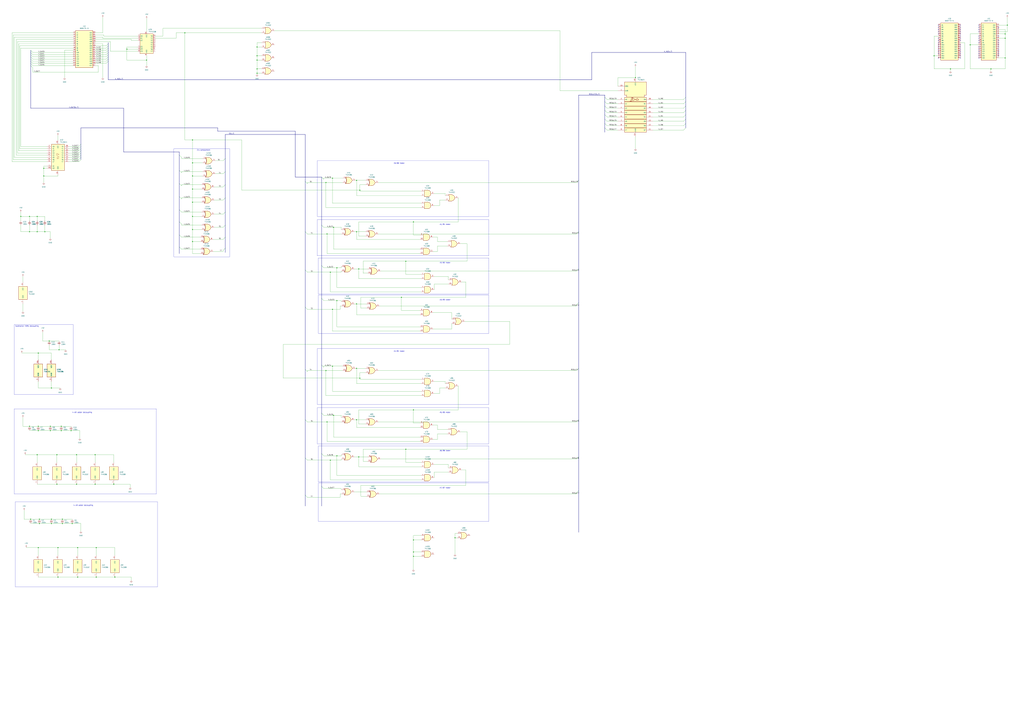
<source format=kicad_sch>
(kicad_sch (version 20231120) (generator "eeschema") (generator_version "8.0")
  (paper "A0")
  (junction (at 298.45 64.77))
  (junction (at 414.02 487.68))
  (junction (at 480.06 257.81))
  (junction (at 59.69 450.85))
  (junction (at 298.45 69.85))
  (junction (at 58.42 500.38))
  (junction (at 66.04 562.61))
  (junction (at 110.49 562.61))
  (junction (at 67.31 670.56))
  (junction (at 223.52 280.67))
  (junction (at 45.72 603.25))
  (junction (at 57.15 396.24))
  (junction (at 480.06 641.35))
  (junction (at 471.17 521.97))
  (junction (at 90.17 670.56))
  (junction (at 298.45 54.61))
  (junction (at 480.06 476.25))
  (junction (at 480.06 627.38))
  (junction (at 82.55 500.38))
  (junction (at 391.16 529.59))
  (junction (at 383.54 316.23))
  (junction (at 43.18 269.24))
  (junction (at 1084.58 64.77))
  (junction (at 416.56 312.42))
  (junction (at 414.02 353.06))
  (junction (at 45.72 608.33))
  (junction (at 34.29 251.46))
  (junction (at 111.76 636.27))
  (junction (at 223.52 162.56))
  (junction (at 383.54 534.67))
  (junction (at 223.52 189.23))
  (junction (at 71.12 500.38))
  (junction (at 58.42 495.3))
  (junction (at 1126.49 52.07))
  (junction (at 223.52 219.71))
  (junction (at 1167.13 39.37))
  (junction (at 72.39 608.33))
  (junction (at 386.08 359.41))
  (junction (at 59.69 603.25))
  (junction (at 298.45 85.09))
  (junction (at 223.52 251.46))
  (junction (at 88.9 528.32))
  (junction (at 387.35 264.16))
  (junction (at 50.8 195.58))
  (junction (at 34.29 495.3))
  (junction (at 223.52 234.95))
  (junction (at 471.17 303.53))
  (junction (at 1150.62 80.01))
  (junction (at 1103.63 80.01))
  (junction (at 1167.13 44.45))
  (junction (at 378.46 212.09))
  (junction (at 379.73 271.78))
  (junction (at 223.52 204.47))
  (junction (at 466.09 345.44))
  (junction (at 90.17 636.27))
  (junction (at 414.02 209.55))
  (junction (at 414.02 427.99))
  (junction (at 378.46 430.53))
  (junction (at 147.32 57.15))
  (junction (at 528.32 624.84))
  (junction (at 387.35 482.6))
  (junction (at 170.18 69.85))
  (junction (at 68.58 406.4))
  (junction (at 391.16 311.15))
  (junction (at 417.83 439.42))
  (junction (at 214.63 38.1))
  (junction (at 133.35 670.56))
  (junction (at 1167.13 67.31))
  (junction (at 386.08 207.01))
  (junction (at 35.56 603.25))
  (junction (at 132.08 562.61))
  (junction (at 223.52 266.7))
  (junction (at 391.16 349.25))
  (junction (at 83.82 608.33))
  (junction (at 44.45 636.27))
  (junction (at 88.9 562.61))
  (junction (at 52.07 269.24))
  (junction (at 1169.67 29.21))
  (junction (at 50.8 204.47))
  (junction (at 44.45 410.21))
  (junction (at 110.49 528.32))
  (junction (at 416.56 530.86))
  (junction (at 386.08 425.45))
  (junction (at 480.06 646.43))
  (junction (at 24.13 251.46))
  (junction (at 43.18 528.32))
  (junction (at 59.69 608.33))
  (junction (at 414.02 269.24))
  (junction (at 71.12 495.3))
  (junction (at 66.04 528.32))
  (junction (at 111.76 670.56))
  (junction (at 44.45 500.38))
  (junction (at 43.18 251.46))
  (junction (at 34.29 269.24))
  (junction (at 379.73 490.22))
  (junction (at 44.45 495.3))
  (junction (at 737.87 90.17))
  (junction (at 298.45 80.01))
  (junction (at 417.83 220.98))
  (junction (at 67.31 636.27))
  (junction (at 72.39 603.25))
  (no_connect (at 1115.06 52.07))
  (no_connect (at 1159.51 41.91))
  (no_connect (at 1136.65 59.69))
  (no_connect (at 1159.51 57.15))
  (no_connect (at 1136.65 41.91))
  (no_connect (at 1159.51 62.23))
  (no_connect (at 1089.66 62.23))
  (no_connect (at 1115.06 29.21))
  (no_connect (at 1115.06 59.69))
  (no_connect (at 1136.65 34.29))
  (no_connect (at 1136.65 54.61))
  (no_connect (at 1159.51 52.07))
  (no_connect (at 1089.66 57.15))
  (no_connect (at 1115.06 36.83))
  (no_connect (at 1136.65 36.83))
  (no_connect (at 1159.51 31.75))
  (no_connect (at 1136.65 31.75))
  (no_connect (at 1089.66 36.83))
  (no_connect (at 1136.65 67.31))
  (no_connect (at 1115.06 67.31))
  (no_connect (at 1089.66 54.61))
  (no_connect (at 1089.66 31.75))
  (no_connect (at 1115.06 57.15))
  (no_connect (at 1115.06 39.37))
  (no_connect (at 1159.51 59.69))
  (no_connect (at 1089.66 44.45))
  (no_connect (at 1115.06 44.45))
  (no_connect (at 1115.06 64.77))
  (no_connect (at 1089.66 39.37))
  (no_connect (at 1089.66 49.53))
  (no_connect (at 1136.65 64.77))
  (no_connect (at 1115.06 54.61))
  (no_connect (at 1136.65 29.21))
  (no_connect (at 1115.06 46.99))
  (no_connect (at 1136.65 44.45))
  (no_connect (at 1136.65 49.53))
  (no_connect (at 1089.66 46.99))
  (no_connect (at 1136.65 62.23))
  (no_connect (at 1089.66 29.21))
  (no_connect (at 1089.66 52.07))
  (no_connect (at 1115.06 62.23))
  (no_connect (at 1089.66 34.29))
  (no_connect (at 1159.51 49.53))
  (no_connect (at 1159.51 46.99))
  (no_connect (at 1136.65 57.15))
  (no_connect (at 1089.66 67.31))
  (no_connect (at 1136.65 46.99))
  (no_connect (at 1115.06 41.91))
  (no_connect (at 1115.06 31.75))
  (no_connect (at 1089.66 59.69))
  (no_connect (at 1159.51 54.61))
  (no_connect (at 1159.51 64.77))
  (no_connect (at 1115.06 34.29))
  (bus_entry (at 702.31 143.51) (size 2.54 2.54))
  (bus_entry (at 123.19 63.5) (size 2.54 -2.54))
  (bus_entry (at 208.28 180.34) (size 2.54 2.54))
  (bus_entry (at 259.08 217.17) (size 2.54 -2.54))
  (bus_entry (at 354.33 429.26) (size 2.54 2.54))
  (bus_entry (at 793.75 140.97) (size 2.54 -2.54))
  (bus_entry (at 354.33 356.87) (size 2.54 2.54))
  (bus_entry (at 208.28 243.84) (size 2.54 2.54))
  (bus_entry (at 259.08 201.93) (size 2.54 -2.54))
  (bus_entry (at 354.33 575.31) (size 2.54 2.54))
  (bus_entry (at 35.56 63.5) (size 2.54 2.54))
  (bus_entry (at 373.38 480.06) (size 2.54 2.54))
  (bus_entry (at 373.38 205.74) (size 2.54 2.54))
  (bus_entry (at 373.38 565.15) (size 2.54 2.54))
  (bus_entry (at 669.29 354.33) (size 2.54 -2.54))
  (bus_entry (at 259.08 248.92) (size 2.54 -2.54))
  (bus_entry (at 208.28 273.05) (size 2.54 2.54))
  (bus_entry (at 793.75 151.13) (size 2.54 -2.54))
  (bus_entry (at 793.75 115.57) (size 2.54 -2.54))
  (bus_entry (at 702.31 133.35) (size 2.54 2.54))
  (bus_entry (at 208.28 198.12) (size 2.54 2.54))
  (bus_entry (at 91.44 182.88) (size 2.54 -2.54))
  (bus_entry (at 793.75 125.73) (size 2.54 -2.54))
  (bus_entry (at 35.56 66.04) (size 2.54 2.54))
  (bus_entry (at 259.08 264.16) (size 2.54 -2.54))
  (bus_entry (at 373.38 308.61) (size 2.54 2.54))
  (bus_entry (at 91.44 185.42) (size 2.54 -2.54))
  (bus_entry (at 354.33 532.13) (size 2.54 2.54))
  (bus_entry (at 373.38 424.18) (size 2.54 2.54))
  (bus_entry (at 123.19 68.58) (size 2.54 -2.54))
  (bus_entry (at 259.08 290.83) (size 2.54 -2.54))
  (bus_entry (at 35.56 76.2) (size 2.54 2.54))
  (bus_entry (at 669.29 271.78) (size 2.54 -2.54))
  (bus_entry (at 91.44 170.18) (size 2.54 -2.54))
  (bus_entry (at 35.56 68.58) (size 2.54 2.54))
  (bus_entry (at 669.29 533.4) (size 2.54 -2.54))
  (bus_entry (at 35.56 58.42) (size 2.54 2.54))
  (bus_entry (at 373.38 346.71) (size 2.54 2.54))
  (bus_entry (at 91.44 187.96) (size 2.54 -2.54))
  (bus_entry (at 702.31 123.19) (size 2.54 2.54))
  (bus_entry (at 354.33 487.68) (size 2.54 2.54))
  (bus_entry (at 91.44 172.72) (size 2.54 -2.54))
  (bus_entry (at 702.31 128.27) (size 2.54 2.54))
  (bus_entry (at 793.75 135.89) (size 2.54 -2.54))
  (bus_entry (at 35.56 71.12) (size 2.54 2.54))
  (bus_entry (at 123.19 60.96) (size 2.54 -2.54))
  (bus_entry (at 702.31 113.03) (size 2.54 2.54))
  (bus_entry (at 373.38 261.62) (size 2.54 2.54))
  (bus_entry (at 208.28 213.36) (size 2.54 2.54))
  (bus_entry (at 702.31 148.59) (size 2.54 2.54))
  (bus_entry (at 702.31 138.43) (size 2.54 2.54))
  (bus_entry (at 123.19 53.34) (size 2.54 -2.54))
  (bus_entry (at 354.33 269.24) (size 2.54 2.54))
  (bus_entry (at 208.28 257.81) (size 2.54 2.54))
  (bus_entry (at 91.44 177.8) (size 2.54 -2.54))
  (bus_entry (at 35.56 73.66) (size 2.54 2.54))
  (bus_entry (at 123.19 71.12) (size 2.54 -2.54))
  (bus_entry (at 259.08 278.13) (size 2.54 -2.54))
  (bus_entry (at 669.29 430.53) (size 2.54 -2.54))
  (bus_entry (at 669.29 314.96) (size 2.54 -2.54))
  (bus_entry (at 669.29 572.77) (size 2.54 -2.54))
  (bus_entry (at 91.44 180.34) (size 2.54 -2.54))
  (bus_entry (at 793.75 146.05) (size 2.54 -2.54))
  (bus_entry (at 669.29 212.09) (size 2.54 -2.54))
  (bus_entry (at 373.38 527.05) (size 2.54 2.54))
  (bus_entry (at 354.33 313.69) (size 2.54 2.54))
  (bus_entry (at 793.75 130.81) (size 2.54 -2.54))
  (bus_entry (at 35.56 60.96) (size 2.54 2.54))
  (bus_entry (at 91.44 175.26) (size 2.54 -2.54))
  (bus_entry (at 123.19 73.66) (size 2.54 -2.54))
  (bus_entry (at 702.31 118.11) (size 2.54 2.54))
  (bus_entry (at 123.19 66.04) (size 2.54 -2.54))
  (bus_entry (at 669.29 490.22) (size 2.54 -2.54))
  (bus_entry (at 208.28 287.02) (size 2.54 2.54))
  (bus_entry (at 354.33 210.82) (size 2.54 2.54))
  (bus_entry (at 793.75 120.65) (size 2.54 -2.54))
  (bus_entry (at 208.28 228.6) (size 2.54 2.54))
  (bus_entry (at 259.08 186.69) (size 2.54 -2.54))
  (bus_entry (at 123.19 55.88) (size 2.54 -2.54))
  (bus_entry (at 123.19 58.42) (size 2.54 -2.54))
  (bus_entry (at 259.08 232.41) (size 2.54 -2.54))
  (wire (pts (xy 83.82 608.33) (xy 93.98 608.33)))
  (wire (pts (xy 487.68 360.68) (xy 466.09 360.68)))
  (wire (pts (xy 80.01 170.18) (xy 91.44 170.18)))
  (wire (pts (xy 44.45 443.23) (xy 44.45 450.85)))
  (wire (pts (xy 110.49 562.61) (xy 132.08 562.61)))
  (bus (pts (xy 125.73 53.34) (xy 125.73 55.88)))
  (bus (pts (xy 671.83 351.79) (xy 671.83 427.99)))
  (wire (pts (xy 34.29 500.38) (xy 44.45 500.38)))
  (wire (pts (xy 1120.14 49.53) (xy 1120.14 80.01)))
  (wire (pts (xy 233.68 266.7) (xy 223.52 266.7)))
  (wire (pts (xy 528.32 643.89) (xy 528.32 624.84)))
  (wire (pts (xy 248.92 248.92) (xy 259.08 248.92)))
  (wire (pts (xy 1167.13 67.31) (xy 1167.13 80.01)))
  (bus (pts (xy 796.29 133.35) (xy 796.29 128.27)))
  (wire (pts (xy 72.39 608.33) (xy 83.82 608.33)))
  (wire (pts (xy 1136.65 39.37) (xy 1126.49 39.37)))
  (wire (pts (xy 110.49 71.12) (xy 123.19 71.12)))
  (bus (pts (xy 125.73 58.42) (xy 125.73 60.96)))
  (wire (pts (xy 50.8 204.47) (xy 50.8 212.09)))
  (wire (pts (xy 25.4 410.21) (xy 44.45 410.21)))
  (bus (pts (xy 702.31 110.49) (xy 702.31 113.03)))
  (bus (pts (xy 373.38 424.18) (xy 373.38 480.06)))
  (bus (pts (xy 702.31 118.11) (xy 702.31 123.19)))
  (wire (pts (xy 1159.51 67.31) (xy 1167.13 67.31)))
  (wire (pts (xy 248.92 217.17) (xy 259.08 217.17)))
  (wire (pts (xy 480.06 622.3) (xy 480.06 627.38)))
  (wire (pts (xy 298.45 85.09) (xy 303.53 85.09)))
  (wire (pts (xy 110.49 528.32) (xy 110.49 537.21)))
  (wire (pts (xy 758.19 115.57) (xy 793.75 115.57)))
  (wire (pts (xy 391.16 379.73) (xy 391.16 349.25)))
  (wire (pts (xy 386.08 384.81) (xy 487.68 384.81)))
  (wire (pts (xy 44.45 410.21) (xy 44.45 417.83)))
  (wire (pts (xy 147.32 57.15) (xy 160.02 57.15)))
  (wire (pts (xy 504.19 443.23) (xy 516.89 443.23)))
  (bus (pts (xy 252.73 148.59) (xy 252.73 152.4)))
  (wire (pts (xy 1103.63 80.01) (xy 1103.63 82.55)))
  (bus (pts (xy 354.33 269.24) (xy 354.33 313.69)))
  (wire (pts (xy 471.17 303.53) (xy 471.17 318.77)))
  (wire (pts (xy 737.87 158.75) (xy 737.87 172.72)))
  (wire (pts (xy 379.73 513.08) (xy 379.73 490.22)))
  (wire (pts (xy 234.95 189.23) (xy 223.52 189.23)))
  (wire (pts (xy 758.19 130.81) (xy 793.75 130.81)))
  (bus (pts (xy 373.38 527.05) (xy 373.38 565.15)))
  (wire (pts (xy 93.98 608.33) (xy 93.98 617.22)))
  (wire (pts (xy 90.17 636.27) (xy 90.17 645.16)))
  (wire (pts (xy 471.17 521.97) (xy 421.64 521.97)))
  (wire (pts (xy 233.68 214.63) (xy 210.82 214.63)))
  (wire (pts (xy 38.1 73.66) (xy 85.09 73.66)))
  (wire (pts (xy 58.42 495.3) (xy 71.12 495.3)))
  (wire (pts (xy 71.12 495.3) (xy 82.55 495.3)))
  (wire (pts (xy 152.4 670.56) (xy 152.4 674.37)))
  (wire (pts (xy 67.31 203.2) (xy 67.31 204.47)))
  (wire (pts (xy 419.1 345.44) (xy 419.1 358.14)))
  (wire (pts (xy 247.65 278.13) (xy 259.08 278.13)))
  (wire (pts (xy 487.68 513.08) (xy 379.73 513.08)))
  (bus (pts (xy 373.38 346.71) (xy 373.38 424.18)))
  (wire (pts (xy 704.85 130.81) (xy 717.55 130.81)))
  (wire (pts (xy 66.04 528.32) (xy 88.9 528.32)))
  (wire (pts (xy 704.85 135.89) (xy 717.55 135.89)))
  (wire (pts (xy 280.67 220.98) (xy 280.67 162.56)))
  (wire (pts (xy 303.53 49.53) (xy 298.45 49.53)))
  (wire (pts (xy 49.53 386.08) (xy 49.53 396.24)))
  (wire (pts (xy 210.82 214.63) (xy 210.82 215.9)))
  (wire (pts (xy 383.54 316.23) (xy 396.24 316.23)))
  (wire (pts (xy 223.52 294.64) (xy 223.52 280.67)))
  (wire (pts (xy 80.01 185.42) (xy 91.44 185.42)))
  (wire (pts (xy 147.32 57.15) (xy 147.32 69.85)))
  (wire (pts (xy 411.48 312.42) (xy 416.56 312.42)))
  (wire (pts (xy 416.56 274.32) (xy 424.18 274.32)))
  (wire (pts (xy 414.02 445.77) (xy 414.02 427.99)))
  (wire (pts (xy 54.61 180.34) (xy 19.05 180.34)))
  (bus (pts (xy 35.56 71.12) (xy 35.56 73.66)))
  (wire (pts (xy 21.59 50.8) (xy 21.59 175.26)))
  (bus (pts (xy 354.33 210.82) (xy 354.33 156.21)))
  (bus (pts (xy 125.73 55.88) (xy 125.73 58.42)))
  (bus (pts (xy 125.73 50.8) (xy 125.73 53.34)))
  (wire (pts (xy 502.92 292.1) (xy 508 292.1)))
  (wire (pts (xy 223.52 251.46) (xy 223.52 234.95)))
  (wire (pts (xy 488.95 323.85) (xy 416.56 323.85)))
  (wire (pts (xy 758.19 151.13) (xy 793.75 151.13)))
  (wire (pts (xy 391.16 552.45) (xy 391.16 529.59)))
  (wire (pts (xy 1089.66 64.77) (xy 1084.58 64.77)))
  (wire (pts (xy 502.92 382.27) (xy 524.51 382.27)))
  (wire (pts (xy 758.19 120.65) (xy 793.75 120.65)))
  (wire (pts (xy 488.95 445.77) (xy 414.02 445.77)))
  (wire (pts (xy 394.97 355.6) (xy 396.24 355.6)))
  (wire (pts (xy 394.97 359.41) (xy 394.97 355.6)))
  (bus (pts (xy 671.83 110.49) (xy 671.83 209.55)))
  (wire (pts (xy 214.63 38.1) (xy 214.63 162.56)))
  (wire (pts (xy 214.63 162.56) (xy 223.52 162.56)))
  (wire (pts (xy 1167.13 44.45) (xy 1167.13 67.31)))
  (wire (pts (xy 502.92 510.54) (xy 508 510.54)))
  (wire (pts (xy 233.68 234.95) (xy 223.52 234.95)))
  (wire (pts (xy 375.92 529.59) (xy 391.16 529.59)))
  (wire (pts (xy 133.35 670.56) (xy 152.4 670.56)))
  (wire (pts (xy 421.64 535.94) (xy 426.72 535.94)))
  (wire (pts (xy 68.58 406.4) (xy 57.15 406.4)))
  (wire (pts (xy 1089.66 41.91) (xy 1084.58 41.91)))
  (wire (pts (xy 416.56 312.42) (xy 426.72 312.42)))
  (bus (pts (xy 373.38 480.06) (xy 373.38 527.05)))
  (bus (pts (xy 93.98 180.34) (xy 93.98 182.88)))
  (wire (pts (xy 22.86 172.72) (xy 54.61 172.72)))
  (wire (pts (xy 487.68 273.05) (xy 480.06 273.05)))
  (bus (pts (xy 93.98 175.26) (xy 93.98 177.8)))
  (wire (pts (xy 223.52 204.47) (xy 223.52 189.23)))
  (wire (pts (xy 233.68 251.46) (xy 223.52 251.46)))
  (wire (pts (xy 488.95 542.29) (xy 416.56 542.29)))
  (wire (pts (xy 535.94 327.66) (xy 541.02 327.66)))
  (bus (pts (xy 687.07 60.96) (xy 796.29 60.96)))
  (wire (pts (xy 510.54 238.76) (xy 510.54 232.41)))
  (wire (pts (xy 1167.13 34.29) (xy 1167.13 39.37)))
  (wire (pts (xy 85.09 45.72) (xy 19.05 45.72)))
  (wire (pts (xy 298.45 80.01) (xy 298.45 85.09)))
  (wire (pts (xy 758.19 146.05) (xy 793.75 146.05)))
  (wire (pts (xy 524.51 363.22) (xy 524.51 370.84)))
  (wire (pts (xy 180.34 44.45) (xy 204.47 44.45)))
  (wire (pts (xy 38.1 71.12) (xy 85.09 71.12)))
  (wire (pts (xy 170.18 21.59) (xy 170.18 36.83)))
  (wire (pts (xy 151.13 562.61) (xy 151.13 566.42)))
  (wire (pts (xy 520.7 543.56) (xy 520.7 539.75)))
  (wire (pts (xy 387.35 508) (xy 387.35 482.6)))
  (bus (pts (xy 93.98 170.18) (xy 93.98 172.72)))
  (wire (pts (xy 59.69 417.83) (xy 59.69 410.21)))
  (wire (pts (xy 758.19 125.73) (xy 793.75 125.73)))
  (wire (pts (xy 386.08 207.01) (xy 375.92 207.01)))
  (bus (pts (xy 208.28 287.02) (xy 208.28 294.64)))
  (wire (pts (xy 541.02 345.44) (xy 466.09 345.44)))
  (wire (pts (xy 480.06 476.25) (xy 416.56 476.25)))
  (wire (pts (xy 204.47 38.1) (xy 214.63 38.1)))
  (wire (pts (xy 411.48 353.06) (xy 414.02 353.06)))
  (wire (pts (xy 328.93 439.42) (xy 417.83 439.42)))
  (wire (pts (xy 411.48 487.68) (xy 414.02 487.68)))
  (wire (pts (xy 34.29 261.62) (xy 34.29 269.24)))
  (wire (pts (xy 488.95 459.74) (xy 378.46 459.74)))
  (wire (pts (xy 26.67 495.3) (xy 34.29 495.3)))
  (wire (pts (xy 591.82 400.05) (xy 591.82 373.38)))
  (wire (pts (xy 532.13 448.31) (xy 532.13 476.25)))
  (wire (pts (xy 223.52 251.46) (xy 223.52 266.7)))
  (wire (pts (xy 542.29 521.97) (xy 471.17 521.97)))
  (wire (pts (xy 416.56 257.81) (xy 416.56 274.32)))
  (wire (pts (xy 758.19 135.89) (xy 793.75 135.89)))
  (wire (pts (xy 128.27 59.69) (xy 160.02 59.69)))
  (wire (pts (xy 508 292.1) (xy 508 285.75)))
  (wire (pts (xy 480.06 641.35) (xy 480.06 646.43)))
  (wire (pts (xy 391.16 311.15) (xy 396.24 311.15)))
  (wire (pts (xy 414.02 278.13) (xy 414.02 269.24)))
  (wire (pts (xy 110.49 76.2) (xy 114.3 76.2)))
  (bus (pts (xy 208.28 213.36) (xy 208.28 228.6)))
  (wire (pts (xy 250.19 201.93) (xy 259.08 201.93)))
  (wire (pts (xy 204.47 44.45) (xy 204.47 38.1)))
  (wire (pts (xy 396.24 316.23) (xy 396.24 314.96)))
  (wire (pts (xy 504.19 238.76) (xy 510.54 238.76)))
  (wire (pts (xy 110.49 58.42) (xy 123.19 58.42)))
  (bus (pts (xy 261.62 199.39) (xy 261.62 214.63)))
  (bus (pts (xy 373.38 261.62) (xy 373.38 308.61)))
  (wire (pts (xy 298.45 49.53) (xy 298.45 54.61)))
  (bus (pts (xy 208.28 243.84) (xy 208.28 257.81)))
  (wire (pts (xy 471.17 318.77) (xy 488.95 318.77)))
  (bus (pts (xy 796.29 148.59) (xy 796.29 143.51)))
  (wire (pts (xy 439.42 490.22) (xy 669.29 490.22)))
  (bus (pts (xy 671.83 530.86) (xy 671.83 570.23)))
  (wire (pts (xy 35.56 608.33) (xy 45.72 608.33)))
  (bus (pts (xy 208.28 257.81) (xy 208.28 273.05)))
  (wire (pts (xy 120.65 40.64) (xy 110.49 40.64)))
  (wire (pts (xy 27.94 593.09) (xy 27.94 603.25)))
  (wire (pts (xy 758.19 140.97) (xy 793.75 140.97)))
  (bus (pts (xy 35.56 63.5) (xy 35.56 66.04)))
  (bus (pts (xy 93.98 148.59) (xy 252.73 148.59)))
  (wire (pts (xy 234.95 199.39) (xy 210.82 199.39)))
  (bus (pts (xy 702.31 143.51) (xy 702.31 148.59)))
  (wire (pts (xy 133.35 636.27) (xy 133.35 645.16)))
  (bus (pts (xy 687.07 92.71) (xy 687.07 60.96)))
  (bus (pts (xy 373.38 565.15) (xy 373.38 588.01)))
  (bus (pts (xy 208.28 176.53) (xy 208.28 180.34)))
  (wire (pts (xy 88.9 528.32) (xy 88.9 537.21)))
  (wire (pts (xy 44.45 670.56) (xy 67.31 670.56)))
  (wire (pts (xy 111.76 670.56) (xy 133.35 670.56)))
  (wire (pts (xy 298.45 64.77) (xy 303.53 64.77)))
  (wire (pts (xy 110.49 63.5) (xy 123.19 63.5)))
  (wire (pts (xy 43.18 261.62) (xy 43.18 269.24)))
  (wire (pts (xy 45.72 608.33) (xy 59.69 608.33)))
  (bus (pts (xy 354.33 532.13) (xy 354.33 487.68)))
  (wire (pts (xy 488.95 454.66) (xy 386.08 454.66)))
  (bus (pts (xy 35.56 58.42) (xy 35.56 60.96)))
  (wire (pts (xy 223.52 219.71) (xy 223.52 234.95)))
  (wire (pts (xy 414.02 496.57) (xy 414.02 487.68)))
  (wire (pts (xy 119.38 38.1) (xy 119.38 20.32)))
  (wire (pts (xy 1126.49 52.07) (xy 1126.49 80.01)))
  (wire (pts (xy 160.02 44.45) (xy 119.38 44.45)))
  (wire (pts (xy 375.92 567.69) (xy 396.24 567.69)))
  (wire (pts (xy 502.92 275.59) (xy 508 275.59)))
  (bus (pts (xy 354.33 532.13) (xy 354.33 575.31)))
  (bus (pts (xy 125.73 60.96) (xy 125.73 63.5)))
  (wire (pts (xy 43.18 528.32) (xy 66.04 528.32)))
  (wire (pts (xy 1126.49 80.01) (xy 1150.62 80.01)))
  (wire (pts (xy 356.87 212.09) (xy 356.87 213.36)))
  (wire (pts (xy 67.31 670.56) (xy 90.17 670.56)))
  (wire (pts (xy 24.13 246.38) (xy 24.13 251.46)))
  (wire (pts (xy 504.19 548.64) (xy 520.7 548.64)))
  (wire (pts (xy 397.51 425.45) (xy 386.08 425.45)))
  (wire (pts (xy 43.18 251.46) (xy 43.18 256.54)))
  (wire (pts (xy 416.56 542.29) (xy 416.56 530.86)))
  (wire (pts (xy 21.59 175.26) (xy 54.61 175.26)))
  (wire (pts (xy 383.54 316.23) (xy 383.54 339.09)))
  (wire (pts (xy 19.05 45.72) (xy 19.05 180.34)))
  (wire (pts (xy 541.02 327.66) (xy 541.02 345.44)))
  (wire (pts (xy 29.21 528.32) (xy 43.18 528.32)))
  (wire (pts (xy 508 280.67) (xy 519.43 280.67)))
  (wire (pts (xy 120.65 41.91) (xy 120.65 40.64)))
  (wire (pts (xy 387.35 482.6) (xy 396.24 482.6)))
  (bus (pts (xy 373.38 205.74) (xy 373.38 261.62)))
  (wire (pts (xy 57.15 406.4) (xy 57.15 401.32)))
  (bus (pts (xy 702.31 133.35) (xy 702.31 138.43)))
  (wire (pts (xy 1159.51 36.83) (xy 1169.67 36.83)))
  (wire (pts (xy 471.17 537.21) (xy 488.95 537.21)))
  (wire (pts (xy 210.82 184.15) (xy 210.82 182.88)))
  (wire (pts (xy 508 275.59) (xy 508 280.67)))
  (wire (pts (xy 43.18 528.32) (xy 43.18 537.21)))
  (wire (pts (xy 43.18 251.46) (xy 52.07 251.46)))
  (wire (pts (xy 189.23 33.02) (xy 189.23 41.91)))
  (bus (pts (xy 208.28 273.05) (xy 208.28 287.02)))
  (wire (pts (xy 412.75 427.99) (xy 414.02 427.99)))
  (wire (pts (xy 38.1 68.58) (xy 85.09 68.58)))
  (wire (pts (xy 520.7 539.75) (xy 504.19 539.75)))
  (wire (pts (xy 27.94 603.25) (xy 35.56 603.25)))
  (wire (pts (xy 133.35 670.56) (xy 133.35 669.29)))
  (wire (pts (xy 328.93 400.05) (xy 591.82 400.05)))
  (bus (pts (xy 354.33 313.69) (xy 354.33 356.87)))
  (wire (pts (xy 387.35 264.16) (xy 396.24 264.16)))
  (wire (pts (xy 24.13 269.24) (xy 34.29 269.24)))
  (wire (pts (xy 214.63 38.1) (xy 303.53 38.1)))
  (wire (pts (xy 487.68 491.49) (xy 480.06 491.49)))
  (wire (pts (xy 44.45 500.38) (xy 58.42 500.38)))
  (wire (pts (xy 45.72 603.25) (xy 59.69 603.25)))
  (wire (pts (xy 34.29 269.24) (xy 43.18 269.24)))
  (wire (pts (xy 110.49 528.32) (xy 132.08 528.32)))
  (bus (pts (xy 702.31 113.03) (xy 702.31 118.11)))
  (wire (pts (xy 210.82 229.87) (xy 210.82 231.14)))
  (wire (pts (xy 441.96 533.4) (xy 669.29 533.4)))
  (wire (pts (xy 356.87 359.41) (xy 386.08 359.41)))
  (wire (pts (xy 85.09 48.26) (xy 20.32 48.26)))
  (wire (pts (xy 391.16 529.59) (xy 396.24 529.59)))
  (wire (pts (xy 704.85 115.57) (xy 717.55 115.57)))
  (wire (pts (xy 1126.49 39.37) (xy 1126.49 52.07)))
  (bus (pts (xy 261.62 229.87) (xy 261.62 246.38)))
  (wire (pts (xy 26.67 321.31) (xy 26.67 327.66)))
  (wire (pts (xy 417.83 433.07) (xy 424.18 433.07)))
  (wire (pts (xy 132.08 562.61) (xy 151.13 562.61)))
  (wire (pts (xy 414.02 365.76) (xy 414.02 353.06)))
  (wire (pts (xy 152.4 45.72) (xy 152.4 46.99)))
  (wire (pts (xy 378.46 241.3) (xy 378.46 212.09)))
  (wire (pts (xy 528.32 624.84) (xy 530.86 624.84)))
  (wire (pts (xy 88.9 562.61) (xy 110.49 562.61)))
  (wire (pts (xy 67.31 157.48) (xy 67.31 162.56)))
  (wire (pts (xy 280.67 220.98) (xy 417.83 220.98)))
  (wire (pts (xy 67.31 636.27) (xy 67.31 645.16)))
  (wire (pts (xy 110.49 55.88) (xy 123.19 55.88)))
  (wire (pts (xy 488.95 222.25) (xy 417.83 222.25)))
  (wire (pts (xy 717.55 100.33) (xy 717.55 90.17)))
  (wire (pts (xy 20.32 48.26) (xy 20.32 177.8)))
  (wire (pts (xy 110.49 66.04) (xy 123.19 66.04)))
  (wire (pts (xy 90.17 636.27) (xy 111.76 636.27)))
  (wire (pts (xy 421.64 303.53) (xy 421.64 317.5)))
  (wire (pts (xy 396.24 349.25) (xy 396.24 350.52)))
  (wire (pts (xy 383.54 534.67) (xy 383.54 557.53)))
  (bus (pts (xy 796.29 118.11) (xy 796.29 113.03)))
  (wire (pts (xy 530.86 619.76) (xy 528.32 619.76)))
  (wire (pts (xy 34.29 495.3) (xy 44.45 495.3)))
  (wire (pts (xy 396.24 264.16) (xy 396.24 266.7)))
  (bus (pts (xy 93.98 172.72) (xy 93.98 175.26)))
  (bus (pts (xy 93.98 177.8) (xy 93.98 180.34)))
  (wire (pts (xy 541.02 546.1) (xy 541.02 563.88)))
  (wire (pts (xy 669.29 355.6) (xy 669.29 354.33)))
  (wire (pts (xy 417.83 214.63) (xy 424.18 214.63)))
  (wire (pts (xy 542.29 501.65) (xy 542.29 521.97)))
  (wire (pts (xy 356.87 430.53) (xy 356.87 431.8)))
  (bus (pts (xy 125.73 68.58) (xy 125.73 71.12)))
  (wire (pts (xy 414.02 353.06) (xy 425.45 353.06)))
  (wire (pts (xy 54.61 185.42) (xy 15.24 185.42)))
  (wire (pts (xy 223.52 280.67) (xy 223.52 266.7)))
  (wire (pts (xy 247.65 292.1) (xy 259.08 292.1)))
  (wire (pts (xy 591.82 373.38) (xy 539.75 373.38)))
  (wire (pts (xy 417.83 220.98) (xy 417.83 214.63)))
  (wire (pts (xy 378.46 430.53) (xy 356.87 430.53)))
  (wire (pts (xy 111.76 636.27) (xy 111.76 645.16)))
  (wire (pts (xy 248.92 232.41) (xy 259.08 232.41)))
  (wire (pts (xy 44.45 450.85) (xy 59.69 450.85)))
  (wire (pts (xy 535.94 546.1) (xy 541.02 546.1)))
  (wire (pts (xy 411.48 269.24) (xy 414.02 269.24)))
  (bus (pts (xy 261.62 156.21) (xy 261.62 184.15)))
  (bus (pts (xy 35.56 66.04) (xy 35.56 68.58)))
  (bus (pts (xy 125.73 49.53) (xy 125.73 50.8)))
  (wire (pts (xy 259.08 292.1) (xy 259.08 290.83)))
  (wire (pts (xy 66.04 528.32) (xy 66.04 537.21)))
  (bus (pts (xy 125.73 66.04) (xy 125.73 68.58)))
  (wire (pts (xy 1159.51 44.45) (xy 1167.13 44.45)))
  (wire (pts (xy 416.56 476.25) (xy 416.56 492.76)))
  (bus (pts (xy 671.83 427.99) (xy 671.83 487.68)))
  (wire (pts (xy 528.32 619.76) (xy 528.32 624.84)))
  (wire (pts (xy 704.85 140.97) (xy 717.55 140.97)))
  (wire (pts (xy 439.42 212.09) (xy 669.29 212.09)))
  (wire (pts (xy 59.69 410.21) (xy 44.45 410.21)))
  (wire (pts (xy 488.95 227.33) (xy 414.02 227.33)))
  (wire (pts (xy 378.46 459.74) (xy 378.46 430.53)))
  (wire (pts (xy 147.32 69.85) (xy 170.18 69.85)))
  (wire (pts (xy 524.51 382.27) (xy 524.51 375.92)))
  (wire (pts (xy 379.73 294.64) (xy 379.73 271.78)))
  (wire (pts (xy 210.82 275.59) (xy 232.41 275.59)))
  (wire (pts (xy 85.09 38.1) (xy 13.97 38.1)))
  (wire (pts (xy 26.67 353.06) (xy 26.67 361.95)))
  (wire (pts (xy 386.08 236.22) (xy 386.08 207.01)))
  (wire (pts (xy 92.71 500.38) (xy 92.71 509.27)))
  (wire (pts (xy 22.86 53.34) (xy 22.86 172.72)))
  (wire (pts (xy 80.01 180.34) (xy 91.44 180.34)))
  (wire (pts (xy 439.42 430.53) (xy 669.29 430.53)))
  (bus (pts (xy 354.33 575.31) (xy 354.33 588.01)))
  (wire (pts (xy 386.08 359.41) (xy 394.97 359.41)))
  (wire (pts (xy 504.19 457.2) (xy 510.54 457.2)))
  (wire (pts (xy 1167.13 80.01) (xy 1150.62 80.01)))
  (wire (pts (xy 502.92 363.22) (xy 524.51 363.22)))
  (bus (pts (xy 208.28 228.6) (xy 208.28 243.84)))
  (wire (pts (xy 414.02 269.24) (xy 424.18 269.24)))
  (wire (pts (xy 15.24 40.64) (xy 15.24 185.42)))
  (bus (pts (xy 35.56 60.96) (xy 35.56 63.5)))
  (wire (pts (xy 44.45 636.27) (xy 44.45 645.16)))
  (wire (pts (xy 68.58 406.4) (xy 68.58 401.32)))
  (wire (pts (xy 38.1 83.82) (xy 38.1 78.74)))
  (wire (pts (xy 110.49 38.1) (xy 119.38 38.1)))
  (bus (pts (xy 702.31 148.59) (xy 702.31 153.67)))
  (wire (pts (xy 119.38 44.45) (xy 119.38 43.18)))
  (wire (pts (xy 44.45 636.27) (xy 67.31 636.27)))
  (wire (pts (xy 419.1 576.58) (xy 425.45 576.58)))
  (wire (pts (xy 110.49 60.96) (xy 123.19 60.96)))
  (wire (pts (xy 80.01 175.26) (xy 91.44 175.26)))
  (wire (pts (xy 50.8 193.04) (xy 50.8 195.58)))
  (bus (pts (xy 796.29 128.27) (xy 796.29 123.19)))
  (wire (pts (xy 488.95 334.01) (xy 391.16 334.01)))
  (bus (pts (xy 143.51 176.53) (xy 208.28 176.53)))
  (wire (pts (xy 72.39 603.25) (xy 83.82 603.25)))
  (wire (pts (xy 80.01 172.72) (xy 91.44 172.72)))
  (wire (pts (xy 80.01 187.96) (xy 91.44 187.96)))
  (wire (pts (xy 386.08 359.41) (xy 386.08 384.81)))
  (wire (pts (xy 170.18 69.85) (xy 170.18 76.2)))
  (bus (pts (xy 93.98 167.64) (xy 93.98 170.18)))
  (wire (pts (xy 328.93 439.42) (xy 328.93 400.05)))
  (wire (pts (xy 58.42 500.38) (xy 71.12 500.38)))
  (wire (pts (xy 487.68 508) (xy 387.35 508)))
  (wire (pts (xy 57.15 396.24) (xy 68.58 396.24)))
  (wire (pts (xy 534.67 501.65) (xy 542.29 501.65)))
  (wire (pts (xy 375.92 311.15) (xy 391.16 311.15)))
  (wire (pts (xy 232.41 294.64) (xy 223.52 294.64)))
  (wire (pts (xy 391.16 349.25) (xy 396.24 349.25)))
  (wire (pts (xy 1120.14 80.01) (xy 1103.63 80.01)))
  (wire (pts (xy 110.49 73.66) (xy 123.19 73.66)))
  (bus (pts (xy 373.38 308.61) (xy 373.38 346.71)))
  (wire (pts (xy 1115.06 49.53) (xy 1120.14 49.53)))
  (bus (pts (xy 261.62 214.63) (xy 261.62 229.87)))
  (wire (pts (xy 488.95 557.53) (xy 383.54 557.53)))
  (wire (pts (xy 394.97 574.04) (xy 396.24 574.04)))
  (wire (pts (xy 13.97 38.1) (xy 13.97 187.96)))
  (bus (pts (xy 261.62 246.38) (xy 261.62 261.62)))
  (wire (pts (xy 508 285.75) (xy 519.43 285.75)))
  (wire (pts (xy 210.82 289.56) (xy 232.41 289.56)))
  (wire (pts (xy 223.52 162.56) (xy 280.67 162.56)))
  (bus (pts (xy 125.73 92.71) (xy 687.07 92.71)))
  (wire (pts (xy 110.49 43.18) (xy 119.38 43.18)))
  (wire (pts (xy 24.13 170.18) (xy 54.61 170.18)))
  (wire (pts (xy 375.92 425.45) (xy 375.92 426.72)))
  (wire (pts (xy 318.77 35.56) (xy 650.24 35.56)))
  (wire (pts (xy 440.69 574.04) (xy 669.29 574.04)))
  (bus (pts (xy 35.56 73.66) (xy 35.56 76.2)))
  (wire (pts (xy 210.82 261.62) (xy 210.82 260.35)))
  (wire (pts (xy 412.75 209.55) (xy 414.02 209.55)))
  (wire (pts (xy 356.87 271.78) (xy 379.73 271.78)))
  (wire (pts (xy 110.49 53.34) (xy 123.19 53.34)))
  (wire (pts (xy 232.41 280.67) (xy 223.52 280.67)))
  (wire (pts (xy 85.09 40.64) (xy 15.24 40.64)))
  (wire (pts (xy 419.1 563.88) (xy 541.02 563.88)))
  (wire (pts (xy 416.56 530.86) (xy 426.72 530.86)))
  (bus (pts (xy 125.73 63.5) (xy 125.73 66.04)))
  (wire (pts (xy 520.7 321.31) (xy 504.19 321.31)))
  (wire (pts (xy 59.69 603.25) (xy 72.39 603.25)))
  (wire (pts (xy 704.85 151.13) (xy 717.55 151.13)))
  (wire (pts (xy 411.48 530.86) (xy 416.56 530.86)))
  (wire (pts (xy 480.06 476.25) (xy 480.06 491.49)))
  (wire (pts (xy 488.95 627.38) (xy 480.06 627.38)))
  (wire (pts (xy 379.73 490.22) (xy 396.24 490.22)))
  (wire (pts (xy 90.17 670.56) (xy 111.76 670.56)))
  (wire (pts (xy 440.69 355.6) (xy 669.29 355.6)))
  (wire (pts (xy 441.96 314.96) (xy 669.29 314.96)))
  (wire (pts (xy 516.89 224.79) (xy 516.89 227.33)))
  (wire (pts (xy 356.87 490.22) (xy 379.73 490.22)))
  (wire (pts (xy 114.3 76.2) (xy 114.3 83.82)))
  (wire (pts (xy 210.82 184.15) (xy 234.95 184.15)))
  (bus (pts (xy 35.56 76.2) (xy 35.56 125.73)))
  (bus (pts (xy 354.33 210.82) (xy 354.33 269.24)))
  (wire (pts (xy 52.07 261.62) (xy 52.07 269.24)))
  (wire (pts (xy 516.89 443.23) (xy 516.89 445.77)))
  (wire (pts (xy 128.27 59.69) (xy 128.27 48.26)))
  (wire (pts (xy 397.51 207.01) (xy 386.08 207.01)))
  (wire (pts (xy 421.64 317.5) (xy 426.72 317.5)))
  (bus (pts (xy 796.29 60.96) (xy 796.29 113.03)))
  (wire (pts (xy 38.1 60.96) (xy 85.09 60.96)))
  (wire (pts (xy 71.12 500.38) (xy 82.55 500.38)))
  (bus (pts (xy 671.83 110.49) (xy 702.31 110.49)))
  (wire (pts (xy 303.53 80.01) (xy 298.45 80.01)))
  (wire (pts (xy 502.92 494.03) (xy 508 494.03)))
  (wire (pts (xy 85.09 53.34) (xy 22.86 53.34)))
  (wire (pts (xy 480.06 627.38) (xy 480.06 641.35)))
  (bus (pts (xy 702.31 123.19) (xy 702.31 128.27)))
  (wire (pts (xy 50.8 195.58) (xy 50.8 204.47)))
  (wire (pts (xy 248.92 264.16) (xy 259.08 264.16)))
  (wire (pts (xy 510.54 457.2) (xy 510.54 450.85)))
  (wire (pts (xy 487.68 289.56) (xy 387.35 289.56)))
  (wire (pts (xy 439.42 271.78) (xy 669.29 271.78)))
  (wire (pts (xy 50.8 204.47) (xy 67.31 204.47)))
  (wire (pts (xy 298.45 54.61) (xy 298.45 64.77)))
  (wire (pts (xy 650.24 105.41) (xy 650.24 35.56)))
  (wire (pts (xy 704.85 125.73) (xy 717.55 125.73)))
  (bus (pts (xy 208.28 198.12) (xy 208.28 213.36)))
  (bus (pts (xy 261.62 184.15) (xy 261.62 199.39)))
  (wire (pts (xy 488.95 641.35) (xy 480.06 641.35)))
  (bus (pts (xy 796.29 143.51) (xy 796.29 138.43)))
  (wire (pts (xy 88.9 528.32) (xy 110.49 528.32)))
  (bus (pts (xy 342.9 205.74) (xy 373.38 205.74)))
  (bus (pts (xy 354.33 356.87) (xy 354.33 429.26)))
  (bus (pts (xy 342.9 152.4) (xy 342.9 205.74)))
  (wire (pts (xy 233.68 261.62) (xy 210.82 261.62)))
  (wire (pts (xy 43.18 269.24) (xy 52.07 269.24)))
  (wire (pts (xy 210.82 246.38) (xy 233.68 246.38)))
  (wire (pts (xy 504.19 330.2) (xy 520.7 330.2)))
  (wire (pts (xy 24.13 55.88) (xy 24.13 170.18)))
  (wire (pts (xy 85.09 55.88) (xy 24.13 55.88)))
  (wire (pts (xy 59.69 608.33) (xy 72.39 608.33)))
  (wire (pts (xy 375.92 349.25) (xy 391.16 349.25)))
  (wire (pts (xy 487.68 294.64) (xy 379.73 294.64)))
  (wire (pts (xy 417.83 439.42) (xy 417.83 433.07)))
  (wire (pts (xy 233.68 229.87) (xy 210.82 229.87)))
  (bus (pts (xy 671.83 487.68) (xy 671.83 530.86)))
  (wire (pts (xy 35.56 603.25) (xy 45.72 603.25)))
  (wire (pts (xy 510.54 232.41) (xy 516.89 232.41)))
  (wire (pts (xy 737.87 77.47) (xy 737.87 90.17)))
  (wire (pts (xy 532.13 229.87) (xy 532.13 257.81)))
  (wire (pts (xy 1150.62 80.01) (xy 1150.62 82.55)))
  (wire (pts (xy 52.07 269.24) (xy 58.42 269.24)))
  (wire (pts (xy 508 499.11) (xy 519.43 499.11)))
  (wire (pts (xy 487.68 365.76) (xy 414.02 365.76)))
  (wire (pts (xy 419.1 358.14) (xy 425.45 358.14)))
  (wire (pts (xy 396.24 311.15) (xy 396.24 309.88)))
  (wire (pts (xy 417.83 440.69) (xy 417.83 439.42)))
  (wire (pts (xy 82.55 500.38) (xy 92.71 500.38)))
  (wire (pts (xy 421.64 521.97) (xy 421.64 535.94)))
  (bus (pts (xy 143.51 176.53) (xy 143.51 125.73)))
  (wire (pts (xy 508 504.19) (xy 519.43 504.19)))
  (wire (pts (xy 59.69 443.23) (xy 59.69 450.85)))
  (bus (pts (xy 261.62 261.62) (xy 261.62 275.59)))
  (wire (pts (xy 44.45 495.3) (xy 58.42 495.3)))
  (wire (pts (xy 488.95 440.69) (xy 417.83 440.69)))
  (wire (pts (xy 510.54 450.85) (xy 516.89 450.85)))
  (wire (pts (xy 488.95 236.22) (xy 386.08 236.22)))
  (wire (pts (xy 411.48 571.5) (xy 425.45 571.5)))
  (wire (pts (xy 386.08 454.66) (xy 386.08 425.45)))
  (bus (pts (xy 671.83 570.23) (xy 671.83 618.49)))
  (wire (pts (xy 26.67 485.14) (xy 26.67 495.3)))
  (wire (pts (xy 1167.13 39.37) (xy 1167.13 44.45)))
  (wire (pts (xy 110.49 45.72) (xy 152.4 45.72)))
  (wire (pts (xy 1084.58 64.77) (xy 1084.58 80.01)))
  (wire (pts (xy 119.38 50.8) (xy 119.38 90.17)))
  (bus (pts (xy 671.83 312.42) (xy 671.83 351.79)))
  (wire (pts (xy 488.95 241.3) (xy 378.46 241.3)))
  (wire (pts (xy 233.68 219.71) (xy 223.52 219.71)))
  (wire (pts (xy 1084.58 41.91) (xy 1084.58 64.77)))
  (wire (pts (xy 298.45 64.77) (xy 298.45 69.85)))
  (wire (pts (xy 152.4 46.99) (xy 160.02 46.99)))
  (wire (pts (xy 383.54 534.67) (xy 396.24 534.67)))
  (wire (pts (xy 717.55 105.41) (xy 650.24 105.41)))
  (wire (pts (xy 298.45 69.85) (xy 298.45 80.01)))
  (wire (pts (xy 250.19 186.69) (xy 259.08 186.69)))
  (bus (pts (xy 796.29 123.19) (xy 796.29 118.11)))
  (wire (pts (xy 38.1 66.04) (xy 85.09 66.04)))
  (wire (pts (xy 532.13 476.25) (xy 480.06 476.25)))
  (wire (pts (xy 356.87 534.67) (xy 383.54 534.67)))
  (wire (pts (xy 85.09 50.8) (xy 21.59 50.8)))
  (wire (pts (xy 414.02 209.55) (xy 424.18 209.55)))
  (wire (pts (xy 1159.51 34.29) (xy 1167.13 34.29)))
  (wire (pts (xy 59.69 450.85) (xy 69.85 450.85)))
  (wire (pts (xy 170.18 64.77) (xy 170.18 69.85)))
  (bus (pts (xy 93.98 182.88) (xy 93.98 185.42)))
  (wire (pts (xy 397.51 212.09) (xy 378.46 212.09)))
  (wire (pts (xy 419.1 563.88) (xy 419.1 576.58)))
  (wire (pts (xy 487.68 496.57) (xy 414.02 496.57)))
  (wire (pts (xy 504.19 336.55) (xy 504.19 330.2)))
  (wire (pts (xy 542.29 303.53) (xy 471.17 303.53)))
  (wire (pts (xy 480.06 257.81) (xy 416.56 257.81)))
  (bus (pts (xy 252.73 152.4) (xy 342.9 152.4)))
  (wire (pts (xy 34.29 251.46) (xy 24.13 251.46)))
  (wire (pts (xy 466.09 360.68) (xy 466.09 345.44)))
  (bus (pts (xy 125.73 71.12) (xy 125.73 92.71)))
  (wire (pts (xy 504.19 554.99) (xy 504.19 548.64)))
  (wire (pts (xy 669.29 574.04) (xy 669.29 572.77)))
  (wire (pts (xy 1126.49 52.07) (xy 1136.65 52.07)))
  (wire (pts (xy 298.45 54.61) (xy 303.53 54.61)))
  (wire (pts (xy 480.06 646.43) (xy 480.06 661.67)))
  (wire (pts (xy 303.53 33.02) (xy 189.23 33.02)))
  (wire (pts (xy 111.76 636.27) (xy 133.35 636.27)))
  (wire (pts (xy 128.27 48.26) (xy 110.49 48.26)))
  (wire (pts (xy 1159.51 39.37) (xy 1167.13 39.37)))
  (wire (pts (xy 85.09 43.18) (xy 16.51 43.18)))
  (wire (pts (xy 508 510.54) (xy 508 504.19)))
  (wire (pts (xy 54.61 182.88) (xy 16.51 182.88)))
  (wire (pts (xy 67.31 636.27) (xy 90.17 636.27)))
  (wire (pts (xy 52.07 251.46) (xy 52.07 256.54)))
  (bus (pts (xy 261.62 156.21) (xy 354.33 156.21)))
  (wire (pts (xy 223.52 204.47) (xy 223.52 219.71)))
  (wire (pts (xy 487.68 278.13) (xy 414.02 278.13)))
  (wire (pts (xy 43.18 562.61) (xy 66.04 562.61)))
  (wire (pts (xy 160.02 54.61) (xy 147.32 54.61)))
  (wire (pts (xy 396.24 567.69) (xy 396.24 568.96)))
  (wire (pts (xy 356.87 316.23) (xy 383.54 316.23)))
  (wire (pts (xy 1084.58 80.01) (xy 1103.63 80.01)))
  (wire (pts (xy 20.32 177.8) (xy 54.61 177.8)))
  (wire (pts (xy 375.92 264.16) (xy 387.35 264.16)))
  (wire (pts (xy 132.08 528.32) (xy 132.08 537.21)))
  (wire (pts (xy 356.87 577.85) (xy 394.97 577.85)))
  (wire (pts (xy 396.24 529.59) (xy 396.24 528.32)))
  (wire (pts (xy 1169.67 29.21) (xy 1169.67 20.32)))
  (bus (pts (xy 671.83 209.55) (xy 671.83 269.24)))
  (wire (pts (xy 534.67 283.21) (xy 542.29 283.21)))
  (wire (pts (xy 466.09 345.44) (xy 419.1 345.44)))
  (wire (pts (xy 223.52 189.23) (xy 223.52 162.56)))
  (wire (pts (xy 34.29 251.46) (xy 43.18 251.46)))
  (bus (pts (xy 208.28 180.34) (xy 208.28 198.12)))
  (wire (pts (xy 80.01 177.8) (xy 91.44 177.8)))
  (wire (pts (xy 38.1 63.5) (xy 85.09 63.5)))
  (wire (pts (xy 189.23 41.91) (xy 180.34 41.91)))
  (wire (pts (xy 24.13 251.46) (xy 24.13 256.54)))
  (wire (pts (xy 375.92 207.01) (xy 375.92 208.28)))
  (bus (pts (xy 35.56 68.58) (xy 35.56 71.12)))
  (wire (pts (xy 488.95 552.45) (xy 391.16 552.45)))
  (bus (pts (xy 702.31 138.43) (xy 702.31 143.51)))
  (wire (pts (xy 210.82 199.39) (xy 210.82 200.66)))
  (wire (pts (xy 414.02 487.68) (xy 424.18 487.68)))
  (wire (pts (xy 532.13 257.81) (xy 480.06 257.81)))
  (wire (pts (xy 704.85 146.05) (xy 717.55 146.05)))
  (bus (pts (xy 261.62 288.29) (xy 261.62 293.37)))
  (wire (pts (xy 34.29 256.54) (xy 34.29 251.46)))
  (wire (pts (xy 416.56 323.85) (xy 416.56 312.42)))
  (wire (pts (xy 375.92 482.6) (xy 387.35 482.6)))
  (wire (pts (xy 704.85 120.65) (xy 717.55 120.65)))
  (wire (pts (xy 76.2 406.4) (xy 68.58 406.4)))
  (wire (pts (xy 520.7 325.12) (xy 520.7 321.31)))
  (wire (pts (xy 394.97 577.85) (xy 394.97 574.04)))
  (wire (pts (xy 1169.67 36.83) (xy 1169.67 29.21)))
  (wire (pts (xy 54.61 187.96) (xy 13.97 187.96)))
  (bus (pts (xy 796.29 138.43) (xy 796.29 133.35)))
  (wire (pts (xy 487.68 379.73) (xy 391.16 379.73)))
  (wire (pts (xy 54.61 193.04) (xy 50.8 193.04)))
  (wire (pts (xy 396.24 534.67) (xy 396.24 533.4)))
  (wire (pts (xy 38.1 76.2) (xy 85.09 76.2)))
  (wire (pts (xy 416.56 492.76) (xy 424.18 492.76)))
  (wire (pts (xy 58.42 269.24) (xy 58.42 276.86)))
  (wire (pts (xy 471.17 303.53) (xy 421.64 303.53)))
  (wire (pts (xy 397.51 430.53) (xy 378.46 430.53)))
  (wire (pts (xy 542.29 283.21) (xy 542.29 303.53)))
  (wire (pts (xy 1159.51 29.21) (xy 1169.67 29.21)))
  (bus (pts (xy 671.83 269.24) (xy 671.83 312.42)))
  (wire (pts (xy 488.95 646.43) (xy 480.06 646.43)))
  (wire (pts (xy 160.02 41.91) (xy 120.65 41.91)))
  (wire (pts (xy 147.32 54.61) (xy 147.32 57.15)))
  (wire (pts (xy 717.55 90.17) (xy 737.87 90.17)))
  (wire (pts (xy 386.08 425.45) (xy 375.92 425.45)))
  (wire (pts (xy 74.93 58.42) (xy 74.93 90.17)))
  (bus (pts (xy 93.98 148.59) (xy 93.98 167.64)))
  (wire (pts (xy 508 494.03) (xy 508 499.11)))
  (wire (pts (xy 379.73 271.78) (xy 396.24 271.78)))
  (wire (pts (xy 480.06 257.81) (xy 480.06 273.05)))
  (bus (pts (xy 261.62 275.59) (xy 261.62 288.29)))
  (wire (pts (xy 16.51 43.18) (xy 16.51 182.88)))
  (wire (pts (xy 488.95 339.09) (xy 383.54 339.09)))
  (wire (pts (xy 391.16 334.01) (xy 391.16 311.15)))
  (wire (pts (xy 110.49 68.58) (xy 123.19 68.58)))
  (wire (pts (xy 396.24 482.6) (xy 396.24 485.14)))
  (wire (pts (xy 85.09 58.42) (xy 74.93 58.42)))
  (wire (pts (xy 378.46 212.09) (xy 356.87 212.09)))
  (wire (pts (xy 234.95 204.47) (xy 223.52 204.47)))
  (wire (pts (xy 80.01 182.88) (xy 91.44 182.88)))
  (bus (pts (xy 354.33 429.26) (xy 354.33 487.68)))
  (wire (pts (xy 488.95 622.3) (xy 480.06 622.3)))
  (wire (pts (xy 50.8 195.58) (xy 54.61 195.58)))
  (wire (pts (xy 471.17 521.97) (xy 471.17 537.21)))
  (bus (pts (xy 143.51 125.73) (xy 35.56 125.73)))
  (wire (pts (xy 114.3 83.82) (xy 38.1 83.82)))
  (wire (pts (xy 132.08 562.61) (xy 132.08 561.34)))
  (wire (pts (xy 414.02 427.99) (xy 424.18 427.99)))
  (wire (pts (xy 298.45 69.85) (xy 303.53 69.85)))
  (wire (pts (xy 414.02 227.33) (xy 414.02 209.55)))
  (wire (pts (xy 24.13 261.62) (xy 24.13 269.24)))
  (wire (pts (xy 30.48 636.27) (xy 44.45 636.27)))
  (wire (pts (xy 66.04 562.61) (xy 88.9 562.61)))
  (bus (pts (xy 702.31 128.27) (xy 702.31 133.35)))
  (wire (pts (xy 110.49 50.8) (xy 119.38 50.8)))
  (wire (pts (xy 387.35 289.56) (xy 387.35 264.16)))
  (wire (pts (xy 49.53 396.24) (xy 57.15 396.24)))
  (wire (pts (xy 298.45 85.09) (xy 298.45 86.36)))
  (wire (pts (xy 417.83 222.25) (xy 417.83 220.98)))
  (wire (pts (xy 504.19 224.79) (xy 516.89 224.79)))
  (rectangle (start 369.57 342.9) (end 567.69 387.35))
  (rectangle (start 17.78 582.93) (end 182.88 681.99))
  (rectangle (start 201.93 172.72) (end 266.7 298.45))
  (rectangle (start 369.57 518.16) (end 567.69 560.07))
  (rectangle (start 368.3 473.71) (end 567.69 515.62))
  (rectangle (start 368.3 405.13) (end 567.69 469.9))
  (rectangle (start 16.51 474.98) (end 181.61 574.04))
  (rectangle (start 368.3 186.69) (end 567.69 251.46))
  (rectangle (start 368.3 255.27) (end 567.69 297.18))
  (rectangle (start 369.57 561.34) (end 567.69 605.79))
  (rectangle (start 369.57 299.72) (end 567.69 341.63))
  (rectangle (start 16.51 377.19) (end 85.09 458.47))
  (text "Subtractor XORs decoupling" (at 17.78 379.73 0) (effects (font (size 1.27 1.27)) (justify left bottom)))
  (text "A0/B0 Adder" (at 457.2 190.5 0) (effects (font (size 1.27 1.27)) (justify left bottom)))
  (text "A7/B7 Adder" (at 510.54 567.69 0) (effects (font (size 1.27 1.27)) (justify left bottom)))
  (text "4-bit adder decoupling" (at 83.82 480.06 0) (effects (font (size 1.27 1.27)) (justify left bottom)))
  (text "A1/B1 Adder" (at 510.54 261.62 0) (effects (font (size 1.27 1.27)) (justify left bottom)))
  (text "2's complement" (at 228.6 175.26 0) (effects (font (size 1.27 1.27)) (justify left bottom)))
  (text "A5/B5 Adder" (at 510.54 480.06 0) (effects (font (size 1.27 1.27)) (justify left bottom)))
  (text "4-bit adder decoupling" (at 85.09 588.01 0) (effects (font (size 1.27 1.27)) (justify left bottom)))
  (text "A6/B6 Adder" (at 510.54 524.51 0) (effects (font (size 1.27 1.27)) (justify left bottom)))
  (text "A2/B2 Adder" (at 510.54 306.07 0) (effects (font (size 1.27 1.27)) (justify left bottom)))
  (text "A3/B3 Adder" (at 510.54 349.25 0) (effects (font (size 1.27 1.27)) (justify left bottom)))
  (text "A4/B4 Adder" (at 457.2 408.94 0) (effects (font (size 1.27 1.27)) (justify left bottom)))
  (label "X_OUT5" (at 83.82 175.26 0))
  (label "X_IN6" (at 111.76 58.42 0))
  (label "X_IN4" (at 764.54 135.89 0))
  (label "RESULT5" (at 707.39 140.97 0))
  (label "X_OUT3" (at 83.82 180.34 0))
  (label "T5" (at 254 264.16 0))
  (label "X_IN7" (at 111.76 55.88 0))
  (label "RESULT1" (at 707.39 120.65 0))
  (label "T6" (at 254 278.13 0))
  (label "X_IN7" (at 764.54 151.13 0))
  (label "T7" (at 360.68 577.85 0))
  (label "RESULT6" (at 707.39 146.05 0))
  (label "X_OUT0" (at 83.82 187.96 0))
  (label "T1" (at 360.68 271.78 0))
  (label "X_IN0" (at 111.76 73.66 0))
  (label "Y_OUT4" (at 213.36 246.38 0))
  (label "RESULT3" (at 707.39 130.81 0))
  (label "RESULT[0..7]" (at 683.895 110.49 0))
  (label "T2" (at 360.68 316.23 0))
  (label "Y_OUT7" (at 213.36 289.56 0))
  (label "Y_OUT5" (at 213.36 261.62 0))
  (label "T4" (at 359.41 430.53 0))
  (label "RESULT1" (at 664.21 271.78 0))
  (label "T6" (at 360.68 534.67 0))
  (label "T4" (at 254 248.92 0))
  (label "X_OUT3" (at 381 349.25 0))
  (label "X_IN1" (at 764.54 120.65 0))
  (label "Y_OUT3" (at 44.45 68.58 0))
  (label "RESULT4" (at 662.94 430.53 0))
  (label "RESULT2" (at 664.21 314.96 0))
  (label "T2" (at 254 217.17 0))
  (label "T1" (at 254 201.93 0))
  (label "Y_OUT5" (at 44.45 73.66 0))
  (label "X_IN5" (at 111.76 60.96 0))
  (label "X_IN3" (at 764.54 130.81 0))
  (label "X_OUT4" (at 83.82 177.8 0))
  (label "RESULT0" (at 662.94 212.09 0))
  (label "RESULT3" (at 664.21 355.6 0))
  (label "T5" (at 360.68 490.22 0))
  (label "Y_OUT[0..7]" (at 80.01 125.73 0))
  (label "Y_OUT3" (at 213.36 229.87 0))
  (label "X_IN[0..7]" (at 133.35 92.71 0))
  (label "X_IN4" (at 111.76 63.5 0))
  (label "Y_OUT2" (at 44.45 66.04 0))
  (label "X_OUT1" (at 83.82 185.42 0))
  (label "Y_OUT4" (at 44.45 71.12 0))
  (label "Y_OUT0" (at 213.36 184.15 0))
  (label "T3" (at 254 232.41 0))
  (label "X_IN3" (at 111.76 66.04 0))
  (label "X_OUT7" (at 83.82 170.18 0))
  (label "X_IN1" (at 111.76 71.12 0))
  (label "X_OUT7" (at 381 567.69 0))
  (label "RESULT7" (at 707.39 151.13 0))
  (label "RESULT0" (at 707.39 115.57 0))
  (label "X_IN2" (at 111.76 68.58 0))
  (label "T0" (at 252.73 186.69 0))
  (label "Y_OUT1" (at 213.36 199.39 0))
  (label "Y_OUT1" (at 44.45 63.5 0))
  (label "X_OUT6" (at 379.73 529.59 0))
  (label "X_OUT2" (at 379.73 311.15 0))
  (label "X_IN0" (at 764.54 115.57 0))
  (label "T3" (at 360.68 359.41 0))
  (label "RESULT4" (at 707.39 135.89 0))
  (label "RESULT2" (at 707.39 125.73 0))
  (label "Y_OUT6" (at 213.36 275.59 0))
  (label "T7" (at 255.27 292.1 0))
  (label "X_IN2" (at 764.54 125.73 0))
  (label "T0" (at 359.41 212.09 0))
  (label "RESULT5" (at 664.21 490.22 0))
  (label "Y_OUT6" (at 44.45 76.2 0))
  (label "X_OUT1" (at 379.73 264.16 0))
  (label "Y_OUT7" (at 39.37 83.82 0))
  (label "RESULT6" (at 664.21 533.4 0))
  (label "X_IN[0..7]" (at 770.89 60.96 0))
  (label "T[0..7]" (at 265.43 156.21 0))
  (label "X_OUT6" (at 83.82 172.72 0))
  (label "X_OUT2" (at 83.82 182.88 0))
  (label "X_IN5" (at 764.54 140.97 0))
  (label "Y_OUT2" (at 213.36 214.63 0))
  (label "X_OUT4" (at 377.19 425.45 0))
  (label "X_IN6" (at 764.54 146.05 0))
  (label "X_OUT0" (at 377.19 207.01 0))
  (label "X_OUT5" (at 379.73 482.6 0))
  (label "Y_OUT0" (at 44.45 60.96 0))
  (label "RESULT7" (at 664.21 574.04 0))
  (symbol (lib_id "74xx:74LS32") (at 538.48 622.3 0) (unit 4)
    (property "Reference" "U8" (at 538.48 613.41 0))
    (property "Value" "74LS32" (at 538.48 615.95 0))
    (property "Datasheet" "http://www.ti.com/lit/gpn/sn74LS32" (effects (hide yes)))
    (property "Description" "Quad 2-input OR" (effects (hide yes)))
  )
  (symbol (lib_id "74xx:74HC86") (at 433.07 574.04 0) (unit 4)
    (property "Reference" "U6" (at 432.7652 565.15 0))
    (property "Value" "74HC86" (at 432.7652 567.69 0))
    (property "Footprint" "Package_SO:TSSOP-14_4.4x5mm_P0.65mm" (effects (hide yes)))
    (property "Datasheet" "http://www.ti.com/lit/gpn/sn74HC86" (effects (hide yes)))
  )
  (symbol (lib_id "74xx:74LS08") (at 496.57 643.89 0) (unit 4)
    (property "Reference" "U10" (at 496.5617 635 0))
    (property "Value" "74LS08" (at 496.5617 637.54 0))
    (property "Datasheet" "http://www.ti.com/lit/gpn/sn74LS08" (effects (hide yes)))
    (property "Description" "Quad And2" (effects (hide yes)))
  )
  (symbol (lib_id "74xx:74LS08") (at 496.57 554.99 0) (unit 2)
    (property "Reference" "U10" (at 496.5617 546.1 0))
    (property "Value" "74LS08" (at 496.5617 548.64 0))
    (property "Footprint" "Package_SO:TSSOP-14_4.4x5mm_P0.65mm" (effects (hide yes)))
    (property "Datasheet" "http://www.ti.com/lit/gpn/sn74LS08" (effects (hide yes)))
  )
  (symbol (lib_id "74xx:74HC86") (at 403.86 571.5 0) (unit 1)
    (property "Reference" "U9" (at 403.5552 562.61 0))
    (property "Value" "74HC86" (at 403.5552 565.15 0))
    (property "Footprint" "Package_SO:TSSOP-14_4.4x5mm_P0.65mm" (effects (hide yes)))
    (property "Datasheet" "http://www.ti.com/lit/gpn/sn74HC86" (effects (hide yes)))
  )
  (symbol (lib_id "Device:C_Small") (at 71.12 497.84 0) (unit 1)
    (property "Reference" "C9" (at 73.66 496.5763 0) (effects (justify left)))
    (property "Value" "100n" (at 73.66 499.1163 0) (effects (justify left)))
    (property "Footprint" "Capacitor_SMD:C_1206_3216Metric" (effects (hide yes)))
  )
  (symbol (lib_id "74xx:74HC86") (at 110.49 549.91 0) (unit 5)
    (property "Reference" "U9" (at 116.84 548.64 0) (effects (justify left)))
    (property "Value" "74HC86" (at 116.84 551.18 0) (effects (justify left)))
    (property "Footprint" "Package_SO:TSSOP-14_4.4x5mm_P0.65mm" (effects (hide yes)))
    (property "Datasheet" "http://www.ti.com/lit/gpn/sn74HC86" (effects (hide yes)))
  )
  (symbol (lib_id "power:GND") (at 152.4 674.37 0) (unit 1)
    (property "Reference" "#PWR04" (effects (hide yes)))
    (property "Value" "GND" (at 152.4 679.45 0))
  )
  (symbol (lib_id "power:GND") (at 93.98 617.22 0) (unit 1)
    (property "Reference" "#PWR03" (effects (hide yes)))
    (property "Value" "GND" (at 93.98 622.3 0))
  )
  (symbol (lib_id "power:+5V") (at 24.13 246.38 0) (unit 1)
    (property "Reference" "#PWR037" (effects (hide yes)))
    (property "Value" "+5V" (at 24.13 241.3 0))
  )
  (symbol (lib_id "power:+5V") (at 27.94 593.09 0) (unit 1)
    (property "Reference" "#PWR01" (effects (hide yes)))
    (property "Value" "+5V" (at 27.94 588.01 0))
  )
  (symbol (lib_id "Device:C_Small") (at 59.69 605.79 0) (unit 1)
    (property "Reference" "C3" (at 62.23 604.5263 0) (effects (justify left)))
    (property "Value" "100n" (at 62.23 607.0663 0) (effects (justify left)))
    (property "Footprint" "Capacitor_SMD:C_1206_3216Metric" (effects (hide yes)))
  )
  (symbol (lib_id "74xx:74HC86") (at 403.86 269.24 0) (unit 2)
    (property "Reference" "U4" (at 403.5552 260.35 0))
    (property "Value" "74HC86" (at 403.5552 262.89 0))
    (property "Footprint" "Package_SO:TSSOP-14_4.4x5mm_P0.65mm" (effects (hide yes)))
    (property "Datasheet" "http://www.ti.com/lit/gpn/sn74HC86" (effects (hide yes)))
  )
  (symbol (lib_id "power:GND") (at 58.42 276.86 0) (unit 1)
    (property "Reference" "#PWR038" (effects (hide yes)))
    (property "Value" "GND" (at 58.42 281.94 0))
  )
  (symbol (lib_id "74xx:74HC86") (at 434.34 533.4 0) (unit 3)
    (property "Reference" "U6" (at 434.0352 524.51 0))
    (property "Value" "74HC86" (at 434.0352 527.05 0))
    (property "Footprint" "Package_SO:TSSOP-14_4.4x5mm_P0.65mm" (effects (hide yes)))
    (property "Datasheet" "http://www.ti.com/lit/gpn/sn74HC86" (effects (hide yes)))
  )
  (symbol (lib_id "74xx:74LS08") (at 495.3 382.27 0) (unit 4)
    (property "Reference" "U5" (at 495.2917 373.38 0))
    (property "Value" "74LS08" (at 495.2917 375.92 0))
    (property "Footprint" "Package_SO:TSSOP-14_4.4x5mm_P0.65mm" (effects (hide yes)))
    (property "Datasheet" "http://www.ti.com/lit/gpn/sn74LS08" (effects (hide yes)))
  )
  (symbol (lib_id "74xx:74LS32") (at 311.15 35.56 0) (unit 1)
    (property "Reference" "U30" (at 311.15 26.67 0))
    (property "Value" "74LS32" (at 311.15 29.21 0))
    (property "Footprint" "Package_SO:TSSOP-14_4.4x5mm_P0.65mm" (effects (hide yes)))
    (property "Datasheet" "http://www.ti.com/lit/gpn/sn74LS32" (effects (hide yes)))
    (property "Description" "Quad 2-input OR" (effects (hide yes)))
  )
  (symbol (lib_id "74xx:74LS08") (at 495.3 292.1 0) (unit 4)
    (property "Reference" "U2" (at 495.2917 283.21 0))
    (property "Value" "74LS08" (at 495.2917 285.75 0))
    (property "Footprint" "Package_SO:TSSOP-14_4.4x5mm_P0.65mm" (effects (hide yes)))
    (property "Datasheet" "http://www.ti.com/lit/gpn/sn74LS08" (effects (hide yes)))
  )
  (symbol (lib_id "Device:C_Small") (at 72.39 605.79 0) (unit 1)
    (property "Reference" "C4" (at 74.93 604.5263 0) (effects (justify left)))
    (property "Value" "100n" (at 74.93 607.0663 0) (effects (justify left)))
    (property "Footprint" "Capacitor_SMD:C_1206_3216Metric" (effects (hide yes)))
  )
  (symbol (lib_id "74xx:74LS08") (at 495.3 275.59 0) (unit 3)
    (property "Reference" "U2" (at 495.2917 266.7 0))
    (property "Value" "74LS08" (at 495.2917 269.24 0))
    (property "Footprint" "Package_SO:TSSOP-14_4.4x5mm_P0.65mm" (effects (hide yes)))
    (property "Datasheet" "http://www.ti.com/lit/gpn/sn74LS08" (effects (hide yes)))
  )
  (symbol (lib_id "power:GND") (at 170.18 76.2 0) (unit 1)
    (property "Reference" "#PWR048" (effects (hide yes)))
    (property "Value" "GND" (at 170.18 81.28 0))
  )
  (symbol (lib_id "74xx:74HC238") (at 170.18 52.07 0) (unit 1)
    (property "Reference" "U29" (at 172.3741 34.29 0) (effects (justify left)))
    (property "Value" "74HC238" (at 172.3741 36.83 0) (effects (justify left)))
    (property "Footprint" "Package_SO:TSSOP-16_4.4x5mm_P0.65mm" (effects (hide yes)))
    (property "Datasheet" "https://www.ti.com/lit/ds/symlink/cd74hc238.pdf" (effects (hide yes)))
  )
  (symbol (lib_id "power:+5V") (at 737.87 77.47 0) (unit 1)
    (property "Reference" "#PWR051" (effects (hide yes)))
    (property "Value" "+5V" (at 737.87 72.39 0))
  )
  (symbol (lib_id "74xx:74HC86") (at 43.18 549.91 0) (unit 5)
    (property "Reference" "U6" (at 49.53 548.64 0) (effects (justify left)))
    (property "Value" "74HC86" (at 49.53 551.18 0) (effects (justify left)))
    (property "Footprint" "Package_SO:TSSOP-14_4.4x5mm_P0.65mm" (effects (hide yes)))
    (property "Datasheet" "http://www.ti.com/lit/gpn/sn74HC86" (effects (hide yes)))
  )
  (symbol (lib_id "power:GND") (at 119.38 90.17 0) (unit 1)
    (property "Reference" "#PWR018" (effects (hide yes)))
    (property "Value" "GND" (at 119.38 95.25 0))
  )
  (symbol (lib_id "74xx:74HC86") (at 405.13 209.55 0) (unit 1)
    (property "Reference" "U4" (at 404.8252 200.66 0))
    (property "Value" "74HC86" (at 404.8252 203.2 0))
    (property "Footprint" "Package_SO:TSSOP-14_4.4x5mm_P0.65mm" (effects (hide yes)))
    (property "Datasheet" "http://www.ti.com/lit/gpn/sn74HC86" (effects (hide yes)))
  )
  (symbol (lib_id "74xx:74HC86") (at 434.34 314.96 0) (unit 3)
    (property "Reference" "U1" (at 434.0352 306.07 0))
    (property "Value" "74HC86" (at 434.0352 308.61 0))
    (property "Footprint" "Package_SO:TSSOP-14_4.4x5mm_P0.65mm" (effects (hide yes)))
    (property "Datasheet" "http://www.ti.com/lit/gpn/sn74HC86" (effects (hide yes)))
  )
  (symbol (lib_id "74xx:74LS08") (at 495.3 510.54 0) (unit 4)
    (property "Reference" "U7" (at 495.2917 501.65 0))
    (property "Value" "74LS08" (at 495.2917 504.19 0))
    (property "Footprint" "Package_SO:TSSOP-14_4.4x5mm_P0.65mm" (effects (hide yes)))
    (property "Datasheet" "http://www.ti.com/lit/gpn/sn74LS08" (effects (hide yes)))
  )
  (symbol (lib_id "power:GND") (at 74.93 90.17 0) (unit 1)
    (property "Reference" "#PWR017" (effects (hide yes)))
    (property "Value" "GND" (at 74.93 95.25 0))
  )
  (symbol (lib_id "74xx:74LS08") (at 495.3 494.03 0) (unit 3)
    (property "Reference" "U7" (at 495.2917 485.14 0))
    (property "Value" "74LS08" (at 495.2917 487.68 0))
    (property "Footprint" "Package_SO:TSSOP-14_4.4x5mm_P0.65mm" (effects (hide yes)))
    (property "Datasheet" "http://www.ti.com/lit/gpn/sn74LS08" (effects (hide yes)))
  )
  (symbol (lib_id "Device:C_Small") (at 57.15 398.78 0) (unit 1)
    (property "Reference" "C13" (at 59.69 397.5163 0) (effects (justify left)))
    (property "Value" "100n" (at 59.69 400.0563 0) (effects (justify left)))
    (property "Footprint" "Capacitor_SMD:C_1206_3216Metric" (effects (hide yes)))
  )
  (symbol (lib_id "Device:C_Small") (at 82.55 497.84 0) (unit 1)
    (property "Reference" "C10" (at 85.09 496.5763 0) (effects (justify left)))
    (property "Value" "100n" (at 85.09 499.1163 0) (effects (justify left)))
    (property "Footprint" "Capacitor_SMD:C_1206_3216Metric" (effects (hide yes)))
  )
  (symbol (lib_id "Device:C_Small") (at 83.82 605.79 0) (unit 1)
    (property "Reference" "C5" (at 86.36 604.5263 0) (effects (justify left)))
    (property "Value" "100n" (at 86.36 607.0663 0) (effects (justify left)))
    (property "Footprint" "Capacitor_SMD:C_1206_3216Metric" (effects (hide yes)))
  )
  (symbol (lib_id "74xx:74HC86") (at 403.86 353.06 0) (unit 4)
    (property "Reference" "U4" (at 403.5552 344.17 0))
    (property "Value" "74HC86" (at 403.5552 346.71 0))
    (property "Footprint" "Package_SO:TSSOP-14_4.4x5mm_P0.65mm" (effects (hide yes)))
    (property "Datasheet" "http://www.ti.com/lit/gpn/sn74HC86" (effects (hide yes)))
  )
  (symbol (lib_id "power:GND") (at 26.67 361.95 0) (unit 1)
    (property "Reference" "#PWR050" (effects (hide yes)))
    (property "Value" "GND" (at 26.67 367.03 0))
  )
  (symbol (lib_id "74xx:74LS08") (at 132.08 549.91 0) (unit 5)
    (property "Reference" "U10" (at 138.43 548.64 0) (effects (justify left)))
    (property "Value" "74LS08" (at 138.43 551.18 0) (effects (justify left)))
    (property "Footprint" "Package_SO:TSSOP-14_4.4x5mm_P0.65mm" (effects (hide yes)))
    (property "Datasheet" "http://www.ti.com/lit/gpn/sn74LS08" (effects (hide yes)))
  )
  (symbol (lib_id "power:GND") (at 92.71 509.27 0) (unit 1)
    (property "Reference" "#PWR07" (effects (hide yes)))
    (property "Value" "GND" (at 92.71 514.35 0))
  )
  (symbol (lib_id "Device:C_Small") (at 34.29 497.84 0) (unit 1)
    (property "Reference" "C6" (at 36.83 496.5763 0) (effects (justify left)))
    (property "Value" "100n" (at 36.83 499.1163 0) (effects (justify left)))
    (property "Footprint" "Capacitor_SMD:C_1206_3216Metric" (effects (hide yes)))
  )
  (symbol (lib_id "74xx:74HC86") (at 44.45 657.86 0) (unit 5)
    (property "Reference" "U1" (at 50.8 656.59 0) (effects (justify left)))
    (property "Value" "74HC86" (at 50.8 659.13 0) (effects (justify left)))
    (property "Footprint" "Package_SO:TSSOP-14_4.4x5mm_P0.65mm" (effects (hide yes)))
    (property "Datasheet" "http://www.ti.com/lit/gpn/sn74HC86" (effects (hide yes)))
  )
  (symbol (lib_id "74xx:74LS08") (at 496.57 224.79 0) (unit 1)
    (property "Reference" "U2" (at 496.5617 215.9 0))
    (property "Value" "74LS08" (at 496.5617 218.44 0))
    (property "Footprint" "Package_SO:TSSOP-14_4.4x5mm_P0.65mm" (effects (hide yes)))
    (property "Datasheet" "http://www.ti.com/lit/gpn/sn74LS08" (effects (hide yes)))
  )
  (symbol (lib_id "41612:650473-5") (at 1146.81 46.99 0) (unit 3)
    (property "Reference" "J1" (at 1148.08 21.59 0))
    (property "Value" "650473-5" (at 1148.08 24.13 0))
    (property "Footprint" "41612:TE_650473-5" (effects (hide yes)))
    (property "DATASHEET" "http://www.te.com/commerce/DocumentDelivery/DDEController?Action=showdoc&DocId=Customer+Drawing%7F650473%7FS%7Fpdf%7FEnglish%7FENG_CD_650473_S_baseFilename.pdf%7F650473-5" (effects (hide yes)))
    (property "PARTREV" "S" (effects (hide yes)))
    (property "STANDARD" "Manufacturer Recommendations" (effects (hide yes)))
    (property "MANUFACTURER" "TE CONNECTIVITY" (effects (hide yes)))
  )
  (symbol (lib_id "power:GND") (at 69.85 450.85 0) (unit 1)
    (property "Reference" "#PWR020" (effects (hide yes)))
    (property "Value" "GND" (at 69.85 455.93 0))
  )
  (symbol (lib_id "power:+5V") (at 30.48 636.27 0) (unit 1)
    (property "Reference" "#PWR02" (effects (hide yes)))
    (property "Value" "+5V" (at 30.48 631.19 0))
  )
  (symbol (lib_id "74xx:74HC86") (at 405.13 427.99 0) (unit 4)
    (property "Reference" "U9" (at 404.8252 419.1 0))
    (property "Value" "74HC86" (at 404.8252 421.64 0))
    (property "Footprint" "Package_SO:TSSOP-14_4.4x5mm_P0.65mm" (effects (hide yes)))
    (property "Datasheet" "http://www.ti.com/lit/gpn/sn74HC86" (effects (hide yes)))
  )
  (symbol (lib_id "74xx:74LS32") (at 527.05 501.65 0) (unit 2)
    (property "Reference" "U8" (at 527.05 492.76 0))
    (property "Value" "74LS32" (at 527.05 495.3 0))
    (property "Footprint" "Package_SO:TSSOP-14_4.4x5mm_P0.65mm" (effects (hide yes)))
    (property "Datasheet" "http://www.ti.com/lit/gpn/sn74LS32" (effects (hide yes)))
  )
  (symbol (lib_id "74xx:74HC86") (at 242.57 186.69 0) (unit 1)
    (property "Reference" "U15" (at 242.2652 177.8 0))
    (property "Value" "74HC86" (at 242.2652 180.34 0))
    (property "Footprint" "Package_SO:TSSOP-14_4.4x5mm_P0.65mm" (effects (hide yes)))
    (property "Datasheet" "http://www.ti.com/lit/gpn/sn74HC86" (effects (hide yes)))
  )
  (symbol (lib_id "Device:C_Small") (at 43.18 259.08 0) (unit 1)
    (property "Reference" "C25" (at 45.72 257.8163 0) (effects (justify left)))
    (property "Value" "100n" (at 45.72 260.3563 0) (effects (justify left)))
    (property "Footprint" "Capacitor_SMD:C_1206_3216Metric" (effects (hide yes)))
  )
  (symbol (lib_id "power:+5V") (at 1169.67 20.32 0) (unit 1)
    (property "Reference" "#PWR026" (effects (hide yes)))
    (property "Value" "+5V" (at 1169.67 15.24 0))
  )
  (symbol (lib_id "74xx:74HC86") (at 433.07 355.6 0) (unit 4)
    (property "Reference" "U1" (at 432.7652 346.71 0))
    (property "Value" "74HC86" (at 432.7652 349.25 0))
    (property "Footprint" "Package_SO:TSSOP-14_4.4x5mm_P0.65mm" (effects (hide yes)))
    (property "Datasheet" "http://www.ti.com/lit/gpn/sn74HC86" (effects (hide yes)))
  )
  (symbol (lib_id "74xx:74LS08") (at 496.57 443.23 0) (unit 1)
    (property "Reference" "U7" (at 496.5617 434.34 0))
    (property "Value" "74LS08" (at 496.5617 436.88 0))
    (property "Footprint" "Package_SO:TSSOP-14_4.4x5mm_P0.65mm" (effects (hide yes)))
    (property "Datasheet" "http://www.ti.com/lit/gpn/sn74LS08" (effects (hide yes)))
  )
  (symbol (lib_id "74xx:74HC86") (at 59.69 430.53 0) (unit 5)
    (property "Reference" "U15" (at 66.04 429.26 0) (effects (justify left)))
    (property "Value" "74HC86" (at 66.04 431.8 0) (effects (justify left)))
    (property "Footprint" "Package_SO:TSSOP-14_4.4x5mm_P0.65mm" (effects (hide yes)))
    (property "Datasheet" "http://www.ti.com/lit/gpn/sn74HC86" (effects (hide yes)))
  )
  (symbol (lib_id "74xx:74HC86") (at 241.3 217.17 0) (unit 3)
    (property "Reference" "U15" (at 240.9952 208.28 0))
    (property "Value" "74HC86" (at 240.9952 210.82 0))
    (property "Footprint" "Package_SO:TSSOP-14_4.4x5mm_P0.65mm" (effects (hide yes)))
    (property "Datasheet" "http://www.ti.com/lit/gpn/sn74HC86" (effects (hide yes)))
  )
  (symbol (lib_id "74xx:74HC86") (at 431.8 430.53 0) (unit 1)
    (property "Reference" "U6" (at 431.4952 421.64 0))
    (property "Value" "74HC86" (at 431.4952 424.18 0))
    (property "Footprint" "Package_SO:TSSOP-14_4.4x5mm_P0.65mm" (effects (hide yes)))
    (property "Datasheet" "http://www.ti.com/lit/gpn/sn74HC86" (effects (hide yes)))
  )
  (symbol (lib_id "74xx:74LS08") (at 496.57 336.55 0) (unit 2)
    (property "Reference" "U5" (at 496.5617 327.66 0))
    (property "Value" "74LS08" (at 496.5617 330.2 0))
    (property "Footprint" "Package_SO:TSSOP-14_4.4x5mm_P0.65mm" (effects (hide yes)))
    (property "Datasheet" "http://www.ti.com/lit/gpn/sn74LS08" (effects (hide yes)))
  )
  (symbol (lib_id "Device:C_Small") (at 35.56 605.79 0) (unit 1)
    (property "Reference" "C1" (at 38.1 604.5263 0) (effects (justify left)))
    (property "Value" "100n" (at 38.1 607.0663 0) (effects (justify left)))
    (property "Footprint" "Capacitor_SMD:C_1206_3216Metric" (effects (hide yes)))
  )
  (symbol (lib_id "74xx_IEEE:74LS621") (at 737.87 128.27 0) (unit 1)
    (property "Reference" "U31" (at 740.0641 90.17 0) (effects (justify left)))
    (property "Value" "74LS621" (at 740.0641 92.71 0) (effects (justify left)))
    (property "Footprint" "Package_SO:SOIC-20W_7.5x12.8mm_P1.27mm" (effects (hide yes)))
  )
  (symbol (lib_id "power:+5V") (at 49.53 386.08 0) (unit 1)
    (property "Reference" "#PWR016" (effects (hide yes)))
    (property "Value" "+5V" (at 49.53 381 0))
  )
  (symbol (lib_id "Device:C_Small") (at 68.58 398.78 0) (unit 1)
    (property "Reference" "C14" (at 71.12 397.5163 0) (effects (justify left)))
    (property "Value" "100n" (at 71.12 400.0563 0) (effects (justify left)))
    (property "Footprint" "Capacitor_SMD:C_1206_3216Metric" (effects (hide yes)))
  )
  (symbol (lib_id "Device:C_Small") (at 24.13 259.08 0) (unit 1)
    (property "Reference" "C23" (at 26.67 257.8163 0) (effects (justify left)))
    (property "Value" "100n" (at 26.67 260.3563 0) (effects (justify left)))
    (property "Footprint" "Capacitor_SMD:C_1206_3216Metric" (effects (hide yes)))
  )
  (symbol (lib_id "74xx:74LS32") (at 528.32 546.1 0) (unit 3)
    (property "Reference" "U8" (at 528.32 537.21 0))
    (property "Value" "74LS32" (at 528.32 539.75 0))
    (property "Footprint" "Package_SO:TSSOP-14_4.4x5mm_P0.65mm" (effects (hide yes)))
    (property "Datasheet" "http://www.ti.com/lit/gpn/sn74LS32" (effects (hide yes)))
  )
  (symbol (lib_id "Device:C_Small") (at 44.45 497.84 0) (unit 1)
    (property "Reference" "C7" (at 46.99 496.5763 0) (effects (justify left)))
    (property "Value" "100n" (at 46.99 499.1163 0) (effects (justify left)))
    (property "Footprint" "Capacitor_SMD:C_1206_3216Metric" (effects (hide yes)))
  )
  (symbol (lib_id "74xx:74HC86") (at 431.8 490.22 0) (unit 2)
    (property "Reference" "U6" (at 431.4952 481.33 0))
    (property "Value" "74HC86" (at 431.4952 483.87 0))
    (property "Footprint" "Package_SO:TSSOP-14_4.4x5mm_P0.65mm" (effects (hide yes)))
    (property "Datasheet" "http://www.ti.com/lit/gpn/sn74HC86" (effects (hide yes)))
  )
  (symbol (lib_id "power:+5V") (at 170.18 21.59 0) (unit 1)
    (property "Reference" "#PWR047" (effects (hide yes)))
    (property "Value" "+5V" (at 170.18 16.51 0))
  )
  (symbol (lib_id "74xx:74LS08") (at 496.57 539.75 0) (unit 1)
    (property "Reference" "U10" (at 496.5617 530.86 0))
    (property "Value" "74LS08" (at 496.5617 533.4 0))
    (property "Footprint" "Package_SO:TSSOP-14_4.4x5mm_P0.65mm" (effects (hide yes)))
    (property "Datasheet" "http://www.ti.com/lit/gpn/sn74LS08" (effects (hide yes)))
  )
  (symbol (lib_id "power:GND") (at 1150.62 82.55 0) (unit 1)
    (property "Reference" "#PWR025" (effects (hide yes)))
    (property "Value" "GND" (at 1150.62 87.63 0))
  )
  (symbol (lib_id "power:GND") (at 298.45 86.36 0) (unit 1)
    (property "Reference" "#PWR09" (effects (hide yes)))
    (property "Value" "GND" (at 298.45 91.44 0))
  )
  (symbol (lib_id "74xx:74HC86") (at 240.03 292.1 0) (unit 4)
    (property "Reference" "U14" (at 239.7252 283.21 0))
    (property "Value" "74HC86" (at 239.7252 285.75 0))
    (property "Footprint" "Package_SO:TSSOP-14_4.4x5mm_P0.65mm" (effects (hide yes)))
    (property "Datasheet" "http://www.ti.com/lit/gpn/sn74HC86" (effects (hide yes)))
  )
  (symbol (lib_id "74xx:74LS32") (at 524.51 448.31 0) (unit 1)
    (property "Reference" "U8" (at 524.51 439.42 0))
    (property "Value" "74LS32" (at 524.51 441.96 0))
    (property "Footprint" "Package_SO:TSSOP-14_4.4x5mm_P0.65mm" (effects (hide yes)))
    (property "Datasheet" "http://www.ti.com/lit/gpn/sn74LS32" (effects (hide yes)))
  )
  (symbol (lib_id "power:GND") (at 76.2 406.4 0) (unit 1)
    (property "Reference" "#PWR021" (effects (hide yes)))
    (property "Value" "GND" (at 76.2 411.48 0))
  )
  (symbol (lib_id "74xx:74LS32") (at 527.05 283.21 0) (unit 2)
    (property "Reference" "U3" (at 527.05 274.32 0))
    (property "Value" "74LS32" (at 527.05 276.86 0))
    (property "Footprint" "Package_SO:TSSOP-14_4.4x5mm_P0.65mm" (effects (hide yes)))
    (property "Datasheet" "http://www.ti.com/lit/gpn/sn74LS32" (effects (hide yes)))
  )
  (symbol (lib_id "power:+5V") (at 25.4 410.21 0) (unit 1)
    (property "Reference" "#PWR015" (effects (hide yes)))
    (property "Value" "+5V" (at 25.4 405.13 0))
  )
  (symbol (lib_id "74xx:74LS32") (at 524.51 229.87 0) (unit 1)
    (property "Reference" "U3" (at 524.51 220.98 0))
    (property "Value" "74LS32" (at 524.51 223.52 0))
    (property "Footprint" "Package_SO:TSSOP-14_4.4x5mm_P0.65mm" (effects (hide yes)))
    (property "Datasheet" "http://www.ti.com/lit/gpn/sn74LS32" (effects (hide yes)))
  )
  (symbol (lib_id "74xx:74LS32") (at 26.67 340.36 0) (unit 5)
    (property "Reference" "U30" (at 33.02 339.09 0) (effects (justify left)))
    (property "Value" "74LS32" (at 33.02 341.63 0) (effects (justify left)))
    (property "Footprint" "Package_SO:TSSOP-14_4.4x5mm_P0.65mm" (effects (hide yes)))
    (property "Datasheet" "http://www.ti.com/lit/gpn/sn74LS32" (effects (hide yes)))
    (property "Description" "Quad 2-input OR" (effects (hide yes)))
  )
  (symbol (lib_name "GND_1") (lib_id "power:GND") (at 528.32 643.89 0) (unit 1)
    (property "Reference" "#PWR011" (effects (hide yes)))
    (property "Value" "GND" (at 528.32 648.97 0))
    (property "Description" "Power symbol creates a global label with name \"GND\" , ground" (effects (hide yes)))
  )
  (symbol (lib_id "power:GND") (at 151.13 566.42 0) (unit 1)
    (property "Reference" "#PWR08" (effects (hide yes)))
    (property "Value" "GND" (at 151.13 571.5 0))
  )
  (symbol (lib_id "74xx:74HC86") (at 44.45 430.53 0) (unit 5)
    (property "Reference" "U14" (at 50.8 429.26 0) (effects (justify left)))
    (property "Value" "74HC86" (at 50.8 431.8 0) (effects (justify left)))
    (property "Footprint" "Package_SO:TSSOP-14_4.4x5mm_P0.65mm" (effects (hide yes)))
    (property "Datasheet" "http://www.ti.com/lit/gpn/sn74HC86" (effects (hide yes)))
  )
  (symbol (lib_id "74xx:74LS32") (at 88.9 549.91 0) (unit 5)
    (property "Reference" "U8" (at 95.25 548.64 0) (effects (justify left)))
    (property "Value" "74LS32" (at 95.25 551.18 0) (effects (justify left)))
    (property "Footprint" "Package_SO:TSSOP-14_4.4x5mm_P0.65mm" (effects (hide yes)))
    (property "Datasheet" "http://www.ti.com/lit/gpn/sn74LS32" (effects (hide yes)))
  )
  (symbol (lib_id "74xx:74LS32") (at 532.13 373.38 0) (unit 4)
    (property "Reference" "U3" (at 532.13 364.49 0))
    (property "Value" "74LS32" (at 532.13 367.03 0))
    (property "Footprint" "Package_SO:TSSOP-14_4.4x5mm_P0.65mm" (effects (hide yes)))
    (property "Datasheet" "http://www.ti.com/lit/gpn/sn74LS32" (effects (hide yes)))
  )
  (symbol (lib_id "74xx:74HC86") (at 241.3 248.92 0) (unit 1)
    (property "Reference" "U14" (at 240.9952 240.03 0))
    (property "Value" "74HC86" (at 240.9952 242.57 0))
    (property "Footprint" "Package_SO:TSSOP-14_4.4x5mm_P0.65mm" (effects (hide yes)))
    (property "Datasheet" "http://www.ti.com/lit/gpn/sn74HC86" (effects (hide yes)))
  )
  (symbol (lib_id "Device:C_Small") (at 52.07 259.08 0) (unit 1)
    (property "Reference" "C26" (at 54.61 257.8163 0) (effects (justify left)))
    (property "Value" "100n" (at 54.61 260.3563 0) (effects (justify left)))
    (property "Footprint" "Capacitor_SMD:C_1206_3216Metric" (effects (hide yes)))
  )
  (symbol (lib_id "74xx:74LS32") (at 311.15 52.07 0) (unit 2)
    (property "Reference" "U30" (at 311.15 43.18 0))
    (property "Value" "74LS32" (at 311.15 45.72 0))
    (property "Footprint" "Package_SO:TSSOP-14_4.4x5mm_P0.65mm" (effects (hide yes)))
    (property "Datasheet" "http://www.ti.com/lit/gpn/sn74LS32" (effects (hide yes)))
    (property "Description" "Quad 2-input OR" (effects (hide yes)))
  )
  (symbol (lib_id "74xx:74LS32") (at 528.32 327.66 0) (unit 3)
    (property "Reference" "U3" (at 528.32 318.77 0))
    (property "Value" "74LS32" (at 528.32 321.31 0))
    (property "Footprint" "Package_SO:TSSOP-14_4.4x5mm_P0.65mm" (effects (hide yes)))
    (property "Datasheet" "http://www.ti.com/lit/gpn/sn74LS32" (effects (hide yes)))
  )
  (symbol (lib_id "power:+5V") (at 119.38 20.32 0) (unit 1)
    (property "Reference" "#PWR019" (effects (hide yes)))
    (property "Value" "+5V" (at 119.38 15.24 0))
  )
  (symbol (lib_id "74xx:74HC86") (at 431.8 212.09 0) (unit 1)
    (property "Reference" "U1" (at 431.4952 203.2 0))
    (property "Value" "74HC86" (at 431.4952 205.74 0))
    (property "Footprint" "Package_SO:TSSOP-14_4.4x5mm_P0.65mm" (effects (hide yes)))
    (property "Datasheet" "http://www.ti.com/lit/gpn/sn74HC86" (effects (hide yes)))
  )
  (symbol (lib_id "power:+5V") (at 26.67 485.14 0) (unit 1)
    (property "Reference" "#PWR05" (effects (hide yes)))
    (property "Value" "+5V" (at 26.67 480.06 0))
  )
  (symbol (lib_id "41612:650473-5") (at 97.79 55.88 0) (unit 1)
    (property "Reference" "J1" (at 97.79 30.48 0))
    (property "Value" "650473-5" (at 97.79 33.02 0))
    (property "Footprint" "41612:TE_650473-5" (effects (hide yes)))
    (property "DATASHEET" "http://www.te.com/commerce/DocumentDelivery/DDEController?Action=showdoc&DocId=Customer+Drawing%7F650473%7FS%7Fpdf%7FEnglish%7FENG_CD_650473_S_baseFilename.pdf%7F650473-5" (effects (hide yes)))
    (property "PARTREV" "S" (effects (hide yes)))
    (property "STANDARD" "Manufacturer Recommendations" (effects (hide yes)))
    (property "MANUFACTURER" "TE CONNECTIVITY" (effects (hide yes)))
  )
  (symbol (lib_id "74xx:74LS32") (at 311.15 67.31 0) (unit 3)
    (property "Reference" "U30" (at 311.15 58.42 0))
    (property "Value" "74LS32" (at 311.15 60.96 0))
    (property "Footprint" "Package_SO:TSSOP-14_4.4x5mm_P0.65mm" (effects (hide yes)))
    (property "Datasheet" "http://www.ti.com/lit/gpn/sn74LS32" (effects (hide yes)))
    (property "Description" "Quad 2-input OR" (effects (hide yes)))
  )
  (symbol (lib_id "74xx:74HC86") (at 403.86 530.86 0) (unit 2)
    (property "Reference" "U9" (at 403.5552 521.97 0))
    (property "Value" "74HC86" (at 403.5552 524.51 0))
    (property "Footprint" "Package_SO:TSSOP-14_4.4x5mm_P0.65mm" (effects (hide yes)))
    (property "Datasheet" "http://www.ti.com/lit/gpn/sn74HC86" (effects (hide yes)))
  )
  (symbol (lib_id "power:GND") (at 50.8 212.09 0) (unit 1)
    (property "Reference" "#PWR013" (effects (hide yes)))
    (property "Value" "GND" (at 50.8 217.17 0))
  )
  (symbol (lib_id "74xx:74LS08") (at 495.3 363.22 0) (unit 3)
    (property "Reference" "U5" (at 495.2917 354.33 0))
    (property "Value" "74LS08" (at 495.2917 356.87 0))
    (property "Footprint" "Package_SO:TSSOP-14_4.4x5mm_P0.65mm" (effects (hide yes)))
    (property "Datasheet" "http://www.ti.com/lit/gpn/sn74LS08" (effects (hide yes)))
  )
  (symbol (lib_id "74xx:74HC86") (at 111.76 657.86 0) (unit 5)
    (property "Reference" "U4" (at 118.11 656.59 0) (effects (justify left)))
    (property "Value" "74HC86" (at 118.11 659.13 0) (effects (justify left)))
    (property "Footprint" "Package_SO:TSSOP-14_4.4x5mm_P0.65mm" (effects (hide yes)))
    (property "Datasheet" "http://www.ti.com/lit/gpn/sn74HC86" (effects (hide yes)))
  )
  (symbol (lib_id "Device:C_Small") (at 58.42 497.84 0) (unit 1)
    (property "Reference" "C8" (at 60.96 496.5763 0) (effects (justify left)))
    (property "Value" "100n" (at 60.96 499.1163 0) (effects (justify left)))
    (property "Footprint" "Capacitor_SMD:C_1206_3216Metric" (effects (hide yes)))
  )
  (symbol (lib_id "74xx:74LS08") (at 496.57 624.84 0) (unit 3)
    (property "Reference" "U10" (at 496.5617 615.95 0))
    (property "Value" "74LS08" (at 496.5617 618.49 0))
    (property "Datasheet" "http://www.ti.com/lit/gpn/sn74LS08" (effects (hide yes)))
    (property "Description" "Quad And2" (effects (hide yes)))
  )
  (symbol (lib_id "41612:650473-5") (at 1102.36 46.99 0) (unit 2)
    (property "Reference" "J1" (at 1102.36 21.59 0))
    (property "Value" "650473-5" (at 1102.36 24.13 0))
    (property "Footprint" "41612:TE_650473-5" (effects (hide yes)))
    (property "DATASHEET" "http://www.te.com/commerce/DocumentDelivery/DDEController?Action=showdoc&DocId=Customer+Drawing%7F650473%7FS%7Fpdf%7FEnglish%7FENG_CD_650473_S_baseFilename.pdf%7F650473-5" (effects (hide yes)))
    (property "PARTREV" "S" (effects (hide yes)))
    (property "STANDARD" "Manufacturer Recommendations" (effects (hide yes)))
    (property "MANUFACTURER" "TE CONNECTIVITY" (effects (hide yes)))
  )
  (symbol (lib_id "Device:C_Small") (at 34.29 259.08 0) (unit 1)
    (property "Reference" "C24" (at 36.83 257.8163 0) (effects (justify left)))
    (property "Value" "100n" (at 36.83 260.3563 0) (effects (justify left)))
    (property "Footprint" "Capacitor_SMD:C_1206_3216Metric" (effects (hide yes)))
  )
  (symbol (lib_name "GND_1") (lib_id "power:GND") (at 480.06 661.67 0) (unit 1)
    (property "Reference" "#PWR010" (effects (hide yes)))
    (property "Value" "GND" (at 480.06 666.75 0))
    (property "Description" "Power symbol creates a global label with name \"GND\" , ground" (effects (hide yes)))
  )
  (symbol (lib_id "74xx:74HC86") (at 431.8 271.78 0) (unit 2)
    (property "Reference" "U1" (at 431.4952 262.89 0))
    (property "Value" "74HC86" (at 431.4952 265.43 0))
    (property "Footprint" "Package_SO:TSSOP-14_4.4x5mm_P0.65mm" (effects (hide yes)))
    (property "Datasheet" "http://www.ti.com/lit/gpn/sn74HC86" (effects (hide yes)))
  )
  (symbol (lib_id "74xx:74HC86") (at 240.03 278.13 0) (unit 3)
    (property "Reference" "U14" (at 239.7252 269.24 0))
    (property "Value" "74HC86" (at 239.7252 271.78 0))
    (property "Footprint" "Package_SO:TSSOP-14_4.4x5mm_P0.65mm" (effects (hide yes)))
    (property "Datasheet" "http://www.ti.com/lit/gpn/sn74HC86" (effects (hide yes)))
  )
  (symbol (lib_id "74xx:74LS32") (at 311.15 82.55 0) (unit 4)
    (property "Reference" "U30" (at 311.15 73.66 0))
    (property "Value" "74LS32" (at 311.15 76.2 0))
    (property "Footprint" "Package_SO:TSSOP-14_4.4x5mm_P0.65mm" (effects (hide yes)))
    (property "Datasheet" "http://www.ti.com/lit/gpn/sn74LS32" (effects (hide yes)))
    (property "Description" "Quad 2-input OR" (effects (hide yes)))
  )
  (symbol (lib_id "74xx:74LS08") (at 496.57 457.2 0) (unit 2)
    (property "Reference" "U7" (at 496.5617 448.31 0))
    (property "Value" "74LS08" (at 496.5617 450.85 0))
    (property "Footprint" "Package_SO:TSSOP-14_4.4x5mm_P0.65mm" (effects (hide yes)))
    (property "Datasheet" "http://www.ti.com/lit/gpn/sn74LS08" (effects (hide yes)))
  )
  (symbol (lib_id "74xx:74LS08") (at 496.57 321.31 0) (unit 1)
    (property "Reference" "U5" (at 496.5617 312.42 0))
    (property "Value" "74LS08" (at 496.5617 314.96 0))
    (property "Footprint" "Package_SO:TSSOP-14_4.4x5mm_P0.65mm" (effects (hide yes)))
    (property "Datasheet" "http://www.ti.com/lit/gpn/sn74LS08" (effects (hide yes)))
  )
  (symbol (lib_id "power:GND") (at 1103.63 82.55 0) (unit 1)
    (property "Reference" "#PWR024" (effects (hide yes)))
    (property "Value" "GND" (at 1103.63 87.63 0))
  )
  (symbol (lib_id "74xx:74HC86") (at 403.86 487.68 0) (unit 3)
    (property "Reference" "U9" (at 403.5552 478.79 0))
    (property "Value" "74HC86" (at 403.5552 481.33 0))
    (property "Footprint" "Package_SO:TSSOP-14_4.4x5mm_P0.65mm" (effects (hide yes)))
    (property "Datasheet" "http://www.ti.com/lit/gpn/sn74HC86" (effects (hide yes)))
  )
  (symbol (lib_id "74xx:74LS32") (at 90.17 657.86 0) (unit 5)
    (property "Reference" "U3" (at 96.52 656.59 0) (effects (justify left)))
    (property "Value" "74LS32" (at 96.52 659.13 0) (effects (justify left)))
    (property "Footprint" "Package_SO:TSSOP-14_4.4x5mm_P0.65mm" (effects (hide yes)))
    (property "Datasheet" "http://www.ti.com/lit/gpn/sn74LS32" (effects (hide yes)))
  )
  (symbol (lib_id "power:+5V") (at 26.67 321.31 0) (unit 1)
    (property "Reference" "#PWR049" (effects (hide yes)))
    (property "Value" "+5V" (at 26.67 316.23 0))
  )
  (symbol (lib_id "74xx:74HC86") (at 241.3 264.16 0) (unit 2)
    (property "Reference" "U14" (at 240.9952 255.27 0))
    (property "Value" "74HC86" (at 240.9952 257.81 0))
    (property "Footprint" "Package_SO:TSSOP-14_4.4x5mm_P0.65mm" (effects (hide yes)))
    (property "Datasheet" "http://www.ti.com/lit/gpn/sn74HC86" (effects (hide yes)))
  )
  (symbol (lib_id "74xx:74HC86") (at 241.3 232.41 0) (unit 4)
    (property "Reference" "U15" (at 240.9952 223.52 0))
    (property "Value" "74HC86" (at 240.9952 226.06 0))
    (property "Footprint" "Package_SO:TSSOP-14_4.4x5mm_P0.65mm" (effects (hide yes)))
    (property "Datasheet" "http://www.ti.com/lit/gpn/sn74HC86" (effects (hide yes)))
  )
  (symbol (lib_id "74xx:74HC86") (at 242.57 201.93 0) (unit 2)
    (property "Reference" "U15" (at 242.2652 193.04 0))
    (property "Value" "74HC86" (at 242.2652 195.58 0))
    (property "Footprint" "Package_SO:TSSOP-14_4.4x5mm_P0.65mm" (effects (hide yes)))
    (property "Datasheet" "http://www.ti.com/lit/gpn/sn74HC86" (effects (hide yes)))
  )
  (symbol (lib_id "74xx:74LS08") (at 496.57 238.76 0) (unit 2)
    (property "Reference" "U2" (at 496.5617 229.87 0))
    (property "Value" "74LS08" (at 496.5617 232.41 0))
    (property "Footprint" "Package_SO:TSSOP-14_4.4x5mm_P0.65mm" (effects (hide yes)))
    (property "Datasheet" "http://www.ti.com/lit/gpn/sn74LS08" (effects (hide yes)))
  )
  (symbol (lib_id "power:GND") (at 737.87 172.72 0) (unit 1)
    (property "Reference" "#PWR052" (effects (hide yes)))
    (property "Value" "GND" (at 737.87 177.8 0))
  )
  (symbol (lib_id "Device:C_Small") (at 45.72 605.79 0) (unit 1)
    (property "Reference" "C2" (at 48.26 604.5263 0) (effects (justify left)))
    (property "Value" "100n" (at 48.26 607.0663 0) (effects (justify left)))
    (property "Footprint" "Capacitor_SMD:C_1206_3216Metric" (effects (hide yes)))
  )
  (symbol (lib_id "power:+5V") (at 29.21 528.32 0) (unit 1)
    (property "Reference" "#PWR06" (effects (hide yes)))
    (property "Value" "+5V" (at 29.21 523.24 0))
  )
  (symbol (lib_id "74xx:74LS08") (at 133.35 657.86 0) (unit 5)
    (property "Reference" "U5" (at 139.7 656.59 0) (effects (justify left)))
    (property "Value" "74LS08" (at 139.7 659.13 0) (effects (justify left)))
    (property "Footprint" "Package_SO:TSSOP-14_4.4x5mm_P0.65mm" (effects (hide yes)))
    (property "Datasheet" "http://www.ti.com/lit/gpn/sn74LS08" (effects (hide yes)))
  )
  (symbol (lib_id "74xx:74LS08") (at 67.31 657.86 0) (unit 5)
    (property "Reference" "U2" (at 73.66 656.59 0) (effects (justify left)))
    (property "Value" "74LS08" (at 73.66 659.13 0) (effects (justify left)))
    (property "Footprint" "Package_SO:TSSOP-14_4.4x5mm_P0.65mm" (effects (hide yes)))
    (property "Datasheet" "http://www.ti.com/lit/gpn/sn74LS08" (effects (hide yes)))
  )
  (symbol (lib_id "74xx:74HC86") (at 403.86 312.42 0) (unit 3)
    (property "Reference" "U4" (at 403.5552 303.53 0))
    (property "Value" "74HC86" (at 403.5552 306.07 0))
    (property "Footprint" "Package_SO:TSSOP-14_4.4x5mm_P0.65mm" (effects (hide yes)))
    (property "Datasheet" "http://www.ti.com/lit/gpn/sn74HC86" (effects (hide yes)))
  )
  (symbol (lib_id "power:+5V") (at 67.31 157.48 0) (unit 1)
    (property "Reference" "#PWR014" (effects (hide yes)))
    (property "Value" "+5V" (at 67.31 152.4 0))
  )
  (symbol (lib_id "74xx:74LS08") (at 66.04 549.91 0) (unit 5)
    (property "Reference" "U7" (at 72.39 548.64 0) (effects (justify left)))
    (property "Value" "74LS08" (at 72.39 551.18 0) (effects (justify left)))
    (property "Footprint" "Package_SO:TSSOP-14_4.4x5mm_P0.65mm" (effects (hide yes)))
    (property "Datasheet" "http://www.ti.com/lit/gpn/sn74LS08" (effects (hide yes)))
  )
  (symbol (lib_id "74xx:74LS541") (at 67.31 182.88 0) (unit 1)
    (property "Reference" "U13" (at 69.5041 162.56 0) (effects (justify left)))
    (property "Value" "74LS541" (at 69.5041 165.1 0) (effects (justify left)))
    (property "Footprint" "Package_SO:SOIC-20W_7.5x12.8mm_P1.27mm" (effects (hide yes)))
    (property "Datasheet" "http://www.ti.com/lit/gpn/sn74LS541" (effects (hide yes)))
  )
)
</source>
